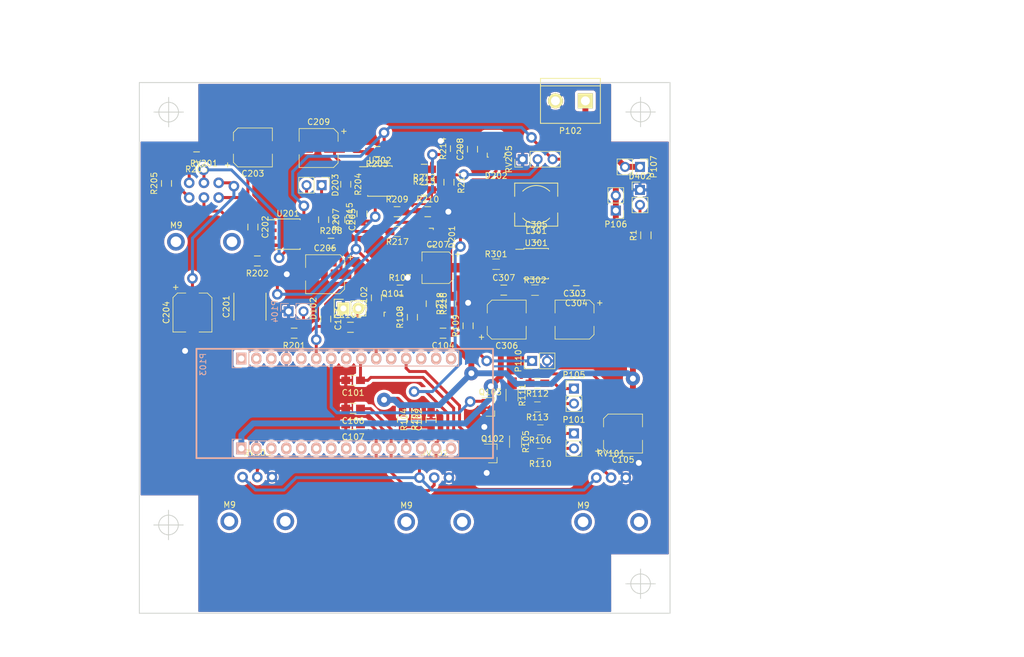
<source format=kicad_pcb>
(kicad_pcb (version 20171130) (host pcbnew "(5.1.9)-1")
  (layers (0 F.Cu signal) (31 B.Cu signal) (34 B.Paste user hide) (35 F.Paste user hide) (36 B.SilkS user) (37 F.SilkS user) (38 B.Mask user hide) (39 F.Mask user hide) (44 Edge.Cuts user))
  (net 0 "")
  (net 1 /OFFSET_CONTROL_MCU)
  (net 2 /BATT_DIAG_MCU)
  (net 3 "Net-(C201-Pad1)")
  (net 4 "Net-(C201-Pad2)")
  (net 5 "Net-(C202-Pad1)")
  (net 6 "Net-(C202-Pad2)")
  (net 7 "Net-(C203-Pad1)")
  (net 8 "Net-(C204-Pad1)")
  (net 9 "Net-(C205-Pad1)")
  (net 10 "Net-(C205-Pad2)")
  (net 11 "Net-(C206-Pad1)")
  (net 12 "Net-(C207-Pad1)")
  (net 13 VDD)
  (net 14 "Net-(C305-Pad1)")
  (net 15 "Net-(C305-Pad2)")
  (net 16 +3V3)
  (net 17 +24V)
  (net 18 VAA)
  (net 19 VCOM)
  (net 20 "Net-(R205-Pad1)")
  (net 21 "Net-(R206-Pad2)")
  (net 22 "Net-(R209-Pad2)")
  (net 23 "Net-(R211-Pad1)")
  (net 24 "Net-(R211-Pad2)")
  (net 25 "Net-(R212-Pad1)")
  (net 26 "Net-(C209-Pad1)")
  (net 27 "Net-(D201-Pad1)")
  (net 28 GNDA)
  (net 29 "Net-(C103-Pad1)")
  (net 30 /audio_bypass)
  (net 31 "Net-(C104-Pad2)")
  (net 32 "Net-(D102-Pad2)")
  (net 33 "Net-(D203-Pad1)")
  (net 34 /PWM_VIS_MCU)
  (net 35 "Net-(R216-Pad2)")
  (net 36 "Net-(D402-Pad2)")
  (net 37 /v_max)
  (net 38 /v_min)
  (net 39 "Net-(P102-Pad1)")
  (net 40 /AUDIO_IN)
  (net 41 /AN_PEAK_MCU)
  (net 42 /PWM_CMD_MCU)
  (net 43 "Net-(RV201-Pad5)")
  (net 44 /ENABLE_CMD_MCU)
  (net 45 "Net-(Q102-Pad3)")
  (net 46 "Net-(P101-Pad1)")
  (net 47 "Net-(P101-Pad2)")
  (net 48 "Net-(Q103-Pad3)")
  (net 49 "Net-(P105-Pad1)")
  (net 50 "Net-(P105-Pad2)")
  (net 51 +VSW)
  (net 52 "Net-(R301-Pad2)")
  (net 53 Vdrive)
  (module Capacitors_SMD:CP_Elec_6.3x7.7 (layer F.Cu) (at 91.5 62.5 180)
    (fp_text reference C206 (at 0 4.43) (layer F.SilkS))
    (fp_text value 47u)
    (fp_text user + (at -4.28 2.91) (layer F.SilkS))
    (pad 1 smd rect (at -2.7 0) (size 3.5 1.6) (layers F.Cu F.Paste F.Mask) (net 11 "Net-(C206-Pad1)"))
    (pad 2 smd rect (at 2.7 0) (size 3.5 1.6) (layers F.Cu F.Paste F.Mask) (net 28 GNDA))
  )
  (module bab_footprint:Nucleo_F303K8_CONN (layer B.Cu) (at 77.3 76.8 270)
    (fp_text reference P103 (at 1 6.5 270) (layer B.SilkS) (effects (justify mirror)))
    (fp_text value Nulceo_F303K8_CONN)
    (pad 1 thru_hole rect (at 0 0 270) (size 2.032 1.7272) (drill 1.016) (layers *.Cu *.Mask B.SilkS))
    (pad 3 thru_hole oval (at 0 -2.54 270) (size 2.032 1.7272) (drill 1.016) (layers *.Cu *.Mask B.SilkS))
    (pad 5 thru_hole oval (at 0 -5.08 270) (size 2.032 1.7272) (drill 1.016) (layers *.Cu *.Mask B.SilkS))
    (pad 7 thru_hole oval (at 0 -7.62 270) (size 2.032 1.7272) (drill 1.016) (layers *.Cu *.Mask B.SilkS) (net 28 GNDA))
    (pad 9 thru_hole oval (at 0 -10.16 270) (size 2.032 1.7272) (drill 1.016) (layers *.Cu *.Mask B.SilkS))
    (pad 11 thru_hole oval (at 0 -12.7 270) (size 2.032 1.7272) (drill 1.016) (layers *.Cu *.Mask B.SilkS) (net 41 /AN_PEAK_MCU))
    (pad 13 thru_hole oval (at 0 -15.24 270) (size 2.032 1.7272) (drill 1.016) (layers *.Cu *.Mask B.SilkS) (net 44 /ENABLE_CMD_MCU))
    (pad 15 thru_hole oval (at 0 -17.78 270) (size 2.032 1.7272) (drill 1.016) (layers *.Cu *.Mask B.SilkS))
    (pad 17 thru_hole oval (at 0 -20.32 270) (size 2.032 1.7272) (drill 1.016) (layers *.Cu *.Mask B.SilkS) (net 1 /OFFSET_CONTROL_MCU))
    (pad 19 thru_hole oval (at 0 -22.86 270) (size 2.032 1.7272) (drill 1.016) (layers *.Cu *.Mask B.SilkS) (net 34 /PWM_VIS_MCU))
    (pad 21 thru_hole oval (at 0 -25.4 270) (size 2.032 1.7272) (drill 1.016) (layers *.Cu *.Mask B.SilkS))
    (pad 23 thru_hole oval (at 0 -27.94 270) (size 2.032 1.7272) (drill 1.016) (layers *.Cu *.Mask B.SilkS) (net 42 /PWM_CMD_MCU))
    (pad 25 thru_hole oval (at 0 -30.48 270) (size 2.032 1.7272) (drill 1.016) (layers *.Cu *.Mask B.SilkS))
    (pad 27 thru_hole oval (at 0 -33.02 270) (size 2.032 1.7272) (drill 1.016) (layers *.Cu *.Mask B.SilkS))
    (pad 29 thru_hole oval (at 0 -35.56 270) (size 2.032 1.7272) (drill 1.016) (layers *.Cu *.Mask B.SilkS))
    (pad 2 thru_hole rect (at 15.24 0 270) (size 2.032 1.7272) (drill 1.016) (layers *.Cu *.Mask B.SilkS) (net 51 +VSW))
    (pad 4 thru_hole oval (at 15.24 -2.54 270) (size 2.032 1.7272) (drill 1.016) (layers *.Cu *.Mask B.SilkS) (net 28 GNDA))
    (pad 6 thru_hole oval (at 15.24 -5.08 270) (size 2.032 1.7272) (drill 1.016) (layers *.Cu *.Mask B.SilkS))
    (pad 8 thru_hole oval (at 15.24 -7.62 270) (size 2.032 1.7272) (drill 1.016) (layers *.Cu *.Mask B.SilkS))
    (pad 10 thru_hole oval (at 15.24 -10.16 270) (size 2.032 1.7272) (drill 1.016) (layers *.Cu *.Mask B.SilkS))
    (pad 12 thru_hole oval (at 15.24 -12.7 270) (size 2.032 1.7272) (drill 1.016) (layers *.Cu *.Mask B.SilkS))
    (pad 14 thru_hole oval (at 15.24 -15.24 270) (size 2.032 1.7272) (drill 1.016) (layers *.Cu *.Mask B.SilkS))
    (pad 16 thru_hole oval (at 15.24 -17.78 270) (size 2.032 1.7272) (drill 1.016) (layers *.Cu *.Mask B.SilkS))
    (pad 18 thru_hole oval (at 15.24 -20.32 270) (size 2.032 1.7272) (drill 1.016) (layers *.Cu *.Mask B.SilkS))
    (pad 20 thru_hole oval (at 15.24 -22.86 270) (size 2.032 1.7272) (drill 1.016) (layers *.Cu *.Mask B.SilkS) (net 38 /v_min))
    (pad 22 thru_hole oval (at 15.24 -25.4 270) (size 2.032 1.7272) (drill 1.016) (layers *.Cu *.Mask B.SilkS) (net 37 /v_max))
    (pad 24 thru_hole oval (at 15.24 -27.94 270) (size 2.032 1.7272) (drill 1.016) (layers *.Cu *.Mask B.SilkS) (net 2 /BATT_DIAG_MCU))
    (pad 26 thru_hole oval (at 15.24 -30.48 270) (size 2.032 1.7272) (drill 1.016) (layers *.Cu *.Mask B.SilkS))
    (pad 28 thru_hole oval (at 15.24 -33.02 270) (size 2.032 1.7272) (drill 1.016) (layers *.Cu *.Mask B.SilkS) (net 16 +3V3))
    (pad 30 thru_hole oval (at 15.24 -35.56 270) (size 2.032 1.7272) (drill 1.016) (layers *.Cu *.Mask B.SilkS))
  )
  (module Connect:bornier2 (layer F.Cu) (at 133.1 33.1 180)
    (fp_text reference P102 (at 0 -5.08 180) (layer F.SilkS))
    (fp_text value CONN_01X02)
    (pad 1 thru_hole rect (at -2.54 0 180) (size 2.54 2.54) (drill 1.524) (layers *.Cu *.Mask F.SilkS) (net 39 "Net-(P102-Pad1)"))
    (pad 2 thru_hole circle (at 2.54 0 180) (size 2.54 2.54) (drill 1.524) (layers *.Cu *.Mask F.SilkS) (net 28 GNDA))
  )
  (module flax_lib:DO-214AC (layer F.Cu) (at 141.5 84.4)
    (fp_text reference D101)
    (fp_text value MBRS3100T3G)
    (pad 1 smd rect (at -2.19964 0) (size 2.10058 1.80086) (layers F.Cu F.Paste F.Mask) (net 53 Vdrive))
    (pad 2 smd rect (at 2.19964 0) (size 2.10058 1.80086) (layers F.Cu F.Paste F.Mask) (net 17 +24V))
  )
  (module flax_lib:ALPS_RK09L_stereo (layer F.Cu) (at 70.95 49.5 180)
    (fp_text reference RV201 (at 0 5.8 180) (layer F.SilkS))
    (fp_text value RK09L_stereo)
    (fp_text user M9 (at 4.7 -4.7 180) (layer F.SilkS))
    (pad 1 thru_hole circle (at -2.5 0 180) (size 1.8 1.8) (drill 1) (layers *.Cu *.Mask) (net 5 "Net-(C202-Pad1)"))
    (pad 2 thru_hole circle (at 0 0 180) (size 1.8 1.8) (drill 1) (layers *.Cu *.Mask) (net 6 "Net-(C202-Pad2)"))
    (pad 3 thru_hole circle (at 2.5 0 180) (size 1.8 1.8) (drill 1) (layers *.Cu *.Mask) (net 20 "Net-(R205-Pad1)"))
    (pad "" np_thru_hole circle (at -4.75 -7.5 180) (size 3 3) (drill 1.8) (layers *.Cu *.Mask))
    (pad "" np_thru_hole circle (at 4.75 -7.5 180) (size 3 3) (drill 1.8) (layers *.Cu *.Mask))
    (pad 4 thru_hole circle (at -2.5 2.5 180) (size 1.8 1.8) (drill 1) (layers *.Cu *.Mask) (net 8 "Net-(C204-Pad1)"))
    (pad 5 thru_hole circle (at 0 2.5 180) (size 1.8 1.8) (drill 1) (layers *.Cu *.Mask) (net 43 "Net-(RV201-Pad5)"))
    (pad 6 thru_hole circle (at 2.5 2.5 180) (size 1.8 1.8) (drill 1) (layers *.Cu *.Mask) (net 21 "Net-(R206-Pad2)"))
  )
  (module Capacitors_SMD:C_0805_HandSoldering (layer F.Cu) (at 96.25 80.5 180)
    (fp_text reference C101 (at 0 -2.1 180) (layer F.SilkS))
    (fp_text value 100n)
    (pad 1 smd rect (at -1.25 0 180) (size 1.5 1.25) (layers F.Cu F.Paste F.Mask) (net 1 /OFFSET_CONTROL_MCU))
    (pad 2 smd rect (at 1.25 0 180) (size 1.5 1.25) (layers F.Cu F.Paste F.Mask) (net 28 GNDA))
  )
  (module Capacitors_SMD:C_0805_HandSoldering (layer F.Cu) (at 109.473381 87.167265 90)
    (fp_text reference C102 (at 0 -2.1 90) (layer F.SilkS))
    (fp_text value 100n)
    (pad 1 smd rect (at -1.25 0 90) (size 1.5 1.25) (layers F.Cu F.Paste F.Mask) (net 2 /BATT_DIAG_MCU))
    (pad 2 smd rect (at 1.25 0 90) (size 1.5 1.25) (layers F.Cu F.Paste F.Mask) (net 28 GNDA))
  )
  (module Capacitors_SMD:C_2220_HandSoldering (layer F.Cu) (at 78.75 68 90)
    (fp_text reference C201 (at 0 -4 90) (layer F.SilkS))
    (fp_text value 1u)
    (pad 1 smd rect (at -3.5 0 90) (size 2.4 5) (layers F.Cu F.Paste F.Mask) (net 3 "Net-(C201-Pad1)"))
    (pad 2 smd rect (at 3.5 0 90) (size 2.4 5) (layers F.Cu F.Paste F.Mask) (net 4 "Net-(C201-Pad2)"))
  )
  (module Capacitors_SMD:C_0805_HandSoldering (layer F.Cu) (at 79.25 54.5 270)
    (fp_text reference C202 (at 0 -2.1 270) (layer F.SilkS))
    (fp_text value 100p)
    (pad 1 smd rect (at -1.25 0 270) (size 1.5 1.25) (layers F.Cu F.Paste F.Mask) (net 5 "Net-(C202-Pad1)"))
    (pad 2 smd rect (at 1.25 0 270) (size 1.5 1.25) (layers F.Cu F.Paste F.Mask) (net 6 "Net-(C202-Pad2)"))
  )
  (module Capacitors_SMD:C_0805_HandSoldering (layer F.Cu) (at 94 53.25 270)
    (fp_text reference C205 (at 0 -2.1 270) (layer F.SilkS))
    (fp_text value 100p)
    (pad 1 smd rect (at -1.25 0 270) (size 1.5 1.25) (layers F.Cu F.Paste F.Mask) (net 9 "Net-(C205-Pad1)"))
    (pad 2 smd rect (at 1.25 0 270) (size 1.5 1.25) (layers F.Cu F.Paste F.Mask) (net 10 "Net-(C205-Pad2)"))
  )
  (module Capacitors_SMD:C_0805_HandSoldering (layer F.Cu) (at 116.5 41.3 90)
    (fp_text reference C208 (at 0 -2.1 90) (layer F.SilkS))
    (fp_text value 100n)
    (pad 1 smd rect (at -1.25 0 90) (size 1.5 1.25) (layers F.Cu F.Paste F.Mask) (net 41 /AN_PEAK_MCU))
    (pad 2 smd rect (at 1.25 0 90) (size 1.5 1.25) (layers F.Cu F.Paste F.Mask) (net 28 GNDA))
  )
  (module Capacitors_SMD:C_0805_HandSoldering (layer F.Cu) (at 134.1 65.3 180)
    (fp_text reference C304 (at 0 -2.1 180) (layer F.SilkS))
    (fp_text value 100n)
    (pad 1 smd rect (at -1.25 0 180) (size 1.5 1.25) (layers F.Cu F.Paste F.Mask) (net 13 VDD))
    (pad 2 smd rect (at 1.25 0 180) (size 1.5 1.25) (layers F.Cu F.Paste F.Mask) (net 28 GNDA))
  )
  (module Capacitors_SMD:C_0805_HandSoldering (layer F.Cu) (at 127.3 56.2)
    (fp_text reference C305 (at 0 -2.1) (layer F.SilkS))
    (fp_text value 10n)
    (pad 1 smd rect (at -1.25 0) (size 1.5 1.25) (layers F.Cu F.Paste F.Mask) (net 14 "Net-(C305-Pad1)"))
    (pad 2 smd rect (at 1.25 0) (size 1.5 1.25) (layers F.Cu F.Paste F.Mask) (net 15 "Net-(C305-Pad2)"))
  )
  (module Capacitors_SMD:C_0805_HandSoldering (layer F.Cu) (at 121.8 65.2)
    (fp_text reference C307 (at 0 -2.1) (layer F.SilkS))
    (fp_text value 100n)
    (pad 1 smd rect (at -1.25 0) (size 1.5 1.25) (layers F.Cu F.Paste F.Mask) (net 51 +VSW))
    (pad 2 smd rect (at 1.25 0) (size 1.5 1.25) (layers F.Cu F.Paste F.Mask) (net 28 GNDA))
  )
  (module Choke_SMD:Choke_SMD_7.3x7.3_H3.5 (layer F.Cu) (at 127.3 50.7 180)
    (fp_text reference L301 (at 0 -4.445 180) (layer F.SilkS))
    (fp_text value 100u)
    (pad 1 smd rect (at -3.2 0 180) (size 1.5 2.2) (layers F.Cu F.Paste F.Mask) (net 15 "Net-(C305-Pad2)"))
    (pad 2 smd rect (at 3.2 0 180) (size 1.5 2.2) (layers F.Cu F.Paste F.Mask) (net 51 +VSW))
  )
  (module Capacitors_SMD:C_0805_HandSoldering (layer F.Cu) (at 104.623381 87.117265 270)
    (fp_text reference R103 (at 0 -2.1 270) (layer F.SilkS))
    (fp_text value 33k)
    (pad 1 smd rect (at -1.25 0 270) (size 1.5 1.25) (layers F.Cu F.Paste F.Mask) (net 17 +24V))
    (pad 2 smd rect (at 1.25 0 270) (size 1.5 1.25) (layers F.Cu F.Paste F.Mask) (net 2 /BATT_DIAG_MCU))
  )
  (module Capacitors_SMD:C_0805_HandSoldering (layer F.Cu) (at 106.973381 87.167265 90)
    (fp_text reference R104 (at 0 -2.1 90) (layer F.SilkS))
    (fp_text value 4.7k)
    (pad 1 smd rect (at -1.25 0 90) (size 1.5 1.25) (layers F.Cu F.Paste F.Mask) (net 2 /BATT_DIAG_MCU))
    (pad 2 smd rect (at 1.25 0 90) (size 1.5 1.25) (layers F.Cu F.Paste F.Mask) (net 28 GNDA))
  )
  (module Capacitors_SMD:C_0805_HandSoldering (layer F.Cu) (at 86.25 72.5 180)
    (fp_text reference R201 (at 0 -2.1 180) (layer F.SilkS))
    (fp_text value 1k)
    (pad 1 smd rect (at -1.25 0 180) (size 1.5 1.25) (layers F.Cu F.Paste F.Mask) (net 40 /AUDIO_IN))
    (pad 2 smd rect (at 1.25 0 180) (size 1.5 1.25) (layers F.Cu F.Paste F.Mask) (net 3 "Net-(C201-Pad1)"))
  )
  (module Capacitors_SMD:C_0805_HandSoldering (layer F.Cu) (at 80 60.25 180)
    (fp_text reference R202 (at 0 -2.1 180) (layer F.SilkS))
    (fp_text value 1M)
    (pad 1 smd rect (at -1.25 0 180) (size 1.5 1.25) (layers F.Cu F.Paste F.Mask) (net 19 VCOM))
    (pad 2 smd rect (at 1.25 0 180) (size 1.5 1.25) (layers F.Cu F.Paste F.Mask) (net 4 "Net-(C201-Pad2)"))
  )
  (module Capacitors_SMD:C_0805_HandSoldering (layer F.Cu) (at 100.3 41.7 180)
    (fp_text reference R203 (at 0 -2.1 180) (layer F.SilkS))
    (fp_text value 33k)
    (pad 1 smd rect (at -1.25 0 180) (size 1.5 1.25) (layers F.Cu F.Paste F.Mask) (net 18 VAA))
    (pad 2 smd rect (at 1.25 0 180) (size 1.5 1.25) (layers F.Cu F.Paste F.Mask) (net 26 "Net-(C209-Pad1)"))
  )
  (module Capacitors_SMD:C_0805_HandSoldering (layer F.Cu) (at 95 47.25 270)
    (fp_text reference R204 (at 0 -2.1 270) (layer F.SilkS))
    (fp_text value 33k)
    (pad 1 smd rect (at -1.25 0 270) (size 1.5 1.25) (layers F.Cu F.Paste F.Mask) (net 26 "Net-(C209-Pad1)"))
    (pad 2 smd rect (at 1.25 0 270) (size 1.5 1.25) (layers F.Cu F.Paste F.Mask) (net 28 GNDA))
  )
  (module Capacitors_SMD:C_0805_HandSoldering (layer F.Cu) (at 64.6 47.1 90)
    (fp_text reference R205 (at 0 -2.1 90) (layer F.SilkS))
    (fp_text value 2k2)
    (pad 1 smd rect (at -1.25 0 90) (size 1.5 1.25) (layers F.Cu F.Paste F.Mask) (net 20 "Net-(R205-Pad1)"))
    (pad 2 smd rect (at 1.25 0 90) (size 1.5 1.25) (layers F.Cu F.Paste F.Mask) (net 7 "Net-(C203-Pad1)"))
  )
  (module Capacitors_SMD:C_0805_HandSoldering (layer F.Cu) (at 69.7 42.6 180)
    (fp_text reference R206 (at 0 -2.1 180) (layer F.SilkS))
    (fp_text value 100)
    (pad 1 smd rect (at -1.25 0 180) (size 1.5 1.25) (layers F.Cu F.Paste F.Mask) (net 5 "Net-(C202-Pad1)"))
    (pad 2 smd rect (at 1.25 0 180) (size 1.5 1.25) (layers F.Cu F.Paste F.Mask) (net 21 "Net-(R206-Pad2)"))
  )
  (module Capacitors_SMD:C_0805_HandSoldering (layer F.Cu) (at 91.25 53.25 270)
    (fp_text reference R207 (at 0 -2.1 270) (layer F.SilkS))
    (fp_text value 75k)
    (pad 1 smd rect (at -1.25 0 270) (size 1.5 1.25) (layers F.Cu F.Paste F.Mask) (net 9 "Net-(C205-Pad1)"))
    (pad 2 smd rect (at 1.25 0 270) (size 1.5 1.25) (layers F.Cu F.Paste F.Mask) (net 10 "Net-(C205-Pad2)"))
  )
  (module Capacitors_SMD:C_0805_HandSoldering (layer F.Cu) (at 92.5 57.25)
    (fp_text reference R208 (at 0 -2.1) (layer F.SilkS))
    (fp_text value 4.7k)
    (pad 1 smd rect (at -1.25 0) (size 1.5 1.25) (layers F.Cu F.Paste F.Mask) (net 10 "Net-(C205-Pad2)"))
    (pad 2 smd rect (at 1.25 0) (size 1.5 1.25) (layers F.Cu F.Paste F.Mask) (net 11 "Net-(C206-Pad1)"))
  )
  (module Capacitors_SMD:C_0805_HandSoldering (layer F.Cu) (at 103.7 51.9)
    (fp_text reference R209 (at 0 -2.1) (layer F.SilkS))
    (fp_text value 33k)
    (pad 1 smd rect (at -1.25 0) (size 1.5 1.25) (layers F.Cu F.Paste F.Mask) (net 12 "Net-(C207-Pad1)"))
    (pad 2 smd rect (at 1.25 0) (size 1.5 1.25) (layers F.Cu F.Paste F.Mask) (net 22 "Net-(R209-Pad2)"))
  )
  (module Capacitors_SMD:C_0805_HandSoldering (layer F.Cu) (at 108.9 51.9)
    (fp_text reference R210 (at 0 -2.1) (layer F.SilkS))
    (fp_text value 33k)
    (pad 1 smd rect (at -1.25 0) (size 1.5 1.25) (layers F.Cu F.Paste F.Mask) (net 22 "Net-(R209-Pad2)"))
    (pad 2 smd rect (at 1.25 0) (size 1.5 1.25) (layers F.Cu F.Paste F.Mask) (net 28 GNDA))
  )
  (module Capacitors_SMD:C_0805_HandSoldering (layer F.Cu) (at 112.5 46.9 270)
    (fp_text reference R211 (at 0 -2.1 270) (layer F.SilkS))
    (fp_text value 33k)
    (pad 1 smd rect (at -1.25 0 270) (size 1.5 1.25) (layers F.Cu F.Paste F.Mask) (net 23 "Net-(R211-Pad1)"))
    (pad 2 smd rect (at 1.25 0 270) (size 1.5 1.25) (layers F.Cu F.Paste F.Mask) (net 24 "Net-(R211-Pad2)"))
  )
  (module Capacitors_SMD:C_0805_HandSoldering (layer F.Cu) (at 108.3 48.2)
    (fp_text reference R212 (at 0 -2.1) (layer F.SilkS))
    (fp_text value 33k)
    (pad 1 smd rect (at -1.25 0) (size 1.5 1.25) (layers F.Cu F.Paste F.Mask) (net 25 "Net-(R212-Pad1)"))
    (pad 2 smd rect (at 1.25 0) (size 1.5 1.25) (layers F.Cu F.Paste F.Mask) (net 24 "Net-(R211-Pad2)"))
  )
  (module Capacitors_SMD:C_0805_HandSoldering (layer F.Cu) (at 108.3 44.7 180)
    (fp_text reference R213 (at 0 -2.1 180) (layer F.SilkS))
    (fp_text value 33k)
    (pad 1 smd rect (at -1.25 0 180) (size 1.5 1.25) (layers F.Cu F.Paste F.Mask) (net 41 /AN_PEAK_MCU))
    (pad 2 smd rect (at 1.25 0 180) (size 1.5 1.25) (layers F.Cu F.Paste F.Mask) (net 25 "Net-(R212-Pad1)"))
  )
  (module Capacitors_SMD:C_0805_HandSoldering (layer F.Cu) (at 113.6 41.2 90)
    (fp_text reference R214 (at 0 -2.1 90) (layer F.SilkS))
    (fp_text value 10k)
    (pad 1 smd rect (at -1.25 0 90) (size 1.5 1.25) (layers F.Cu F.Paste F.Mask) (net 41 /AN_PEAK_MCU))
    (pad 2 smd rect (at 1.25 0 90) (size 1.5 1.25) (layers F.Cu F.Paste F.Mask) (net 28 GNDA))
  )
  (module Housings_SOIC:SOIC-8_3.9x4.9mm_Pitch1.27mm (layer F.Cu) (at 85.2 55.7)
    (fp_text reference U201 (at 0 -3.5) (layer F.SilkS))
    (fp_text value LM833)
    (pad 1 smd rect (at -2.7 -1.905) (size 1.55 0.6) (layers F.Cu F.Paste F.Mask) (net 5 "Net-(C202-Pad1)"))
    (pad 2 smd rect (at -2.7 -0.635) (size 1.55 0.6) (layers F.Cu F.Paste F.Mask) (net 6 "Net-(C202-Pad2)"))
    (pad 3 smd rect (at -2.7 0.635) (size 1.55 0.6) (layers F.Cu F.Paste F.Mask) (net 4 "Net-(C201-Pad2)"))
    (pad 4 smd rect (at -2.7 1.905) (size 1.55 0.6) (layers F.Cu F.Paste F.Mask) (net 28 GNDA))
    (pad 5 smd rect (at 2.7 1.905) (size 1.55 0.6) (layers F.Cu F.Paste F.Mask) (net 43 "Net-(RV201-Pad5)"))
    (pad 6 smd rect (at 2.7 0.635) (size 1.55 0.6) (layers F.Cu F.Paste F.Mask) (net 10 "Net-(C205-Pad2)"))
    (pad 7 smd rect (at 2.7 -0.635) (size 1.55 0.6) (layers F.Cu F.Paste F.Mask) (net 9 "Net-(C205-Pad1)"))
    (pad 8 smd rect (at 2.7 -1.905) (size 1.55 0.6) (layers F.Cu F.Paste F.Mask) (net 18 VAA))
  )
  (module Housings_SOIC:SOIC-8_3.9x4.9mm_Pitch1.27mm (layer F.Cu) (at 100.8 46.7)
    (fp_text reference U202 (at 0 -3.5) (layer F.SilkS))
    (fp_text value LM358)
    (pad 1 smd rect (at -2.7 -1.905) (size 1.55 0.6) (layers F.Cu F.Paste F.Mask) (net 19 VCOM))
    (pad 2 smd rect (at -2.7 -0.635) (size 1.55 0.6) (layers F.Cu F.Paste F.Mask) (net 19 VCOM))
    (pad 3 smd rect (at -2.7 0.635) (size 1.55 0.6) (layers F.Cu F.Paste F.Mask) (net 26 "Net-(C209-Pad1)"))
    (pad 4 smd rect (at -2.7 1.905) (size 1.55 0.6) (layers F.Cu F.Paste F.Mask) (net 28 GNDA))
    (pad 5 smd rect (at 2.7 1.905) (size 1.55 0.6) (layers F.Cu F.Paste F.Mask) (net 22 "Net-(R209-Pad2)"))
    (pad 6 smd rect (at 2.7 0.635) (size 1.55 0.6) (layers F.Cu F.Paste F.Mask) (net 24 "Net-(R211-Pad2)"))
    (pad 7 smd rect (at 2.7 -0.635) (size 1.55 0.6) (layers F.Cu F.Paste F.Mask) (net 25 "Net-(R212-Pad1)"))
    (pad 8 smd rect (at 2.7 -1.905) (size 1.55 0.6) (layers F.Cu F.Paste F.Mask) (net 18 VAA))
  )
  (module Housings_SOIC:SOIC-8_3.9x4.9mm_Pitch1.27mm (layer F.Cu) (at 127.3 60.7)
    (fp_text reference U301 (at 0 -3.5) (layer F.SilkS))
    (fp_text value LM2674)
    (pad 1 smd rect (at -2.7 -1.905) (size 1.55 0.6) (layers F.Cu F.Paste F.Mask) (net 14 "Net-(C305-Pad1)"))
    (pad 2 smd rect (at -2.7 -0.635) (size 1.55 0.6) (layers F.Cu F.Paste F.Mask) (net 28 GNDA))
    (pad 3 smd rect (at -2.7 0.635) (size 1.55 0.6) (layers F.Cu F.Paste F.Mask) (net 28 GNDA))
    (pad 4 smd rect (at -2.7 1.905) (size 1.55 0.6) (layers F.Cu F.Paste F.Mask) (net 52 "Net-(R301-Pad2)"))
    (pad 5 smd rect (at 2.7 1.905) (size 1.55 0.6) (layers F.Cu F.Paste F.Mask))
    (pad 6 smd rect (at 2.7 0.635) (size 1.55 0.6) (layers F.Cu F.Paste F.Mask) (net 28 GNDA))
    (pad 7 smd rect (at 2.7 -0.635) (size 1.55 0.6) (layers F.Cu F.Paste F.Mask) (net 13 VDD))
    (pad 8 smd rect (at 2.7 -1.905) (size 1.55 0.6) (layers F.Cu F.Paste F.Mask) (net 15 "Net-(C305-Pad2)"))
  )
  (module Resistors_SMD:R_0805_HandSoldering (layer F.Cu) (at 145.9 55.9 90)
    (fp_text reference R1 (at 0 -2.1 90) (layer F.SilkS))
    (fp_text value 1k)
    (pad 1 smd rect (at -1.35 0 90) (size 1.5 1.3) (layers F.Cu F.Paste F.Mask) (net 17 +24V))
    (pad 2 smd rect (at 1.35 0 90) (size 1.5 1.3) (layers F.Cu F.Paste F.Mask) (net 36 "Net-(D402-Pad2)"))
  )
  (module Capacitors_SMD:C_0805_HandSoldering (layer F.Cu) (at 91.6 70.1 270)
    (fp_text reference C103 (at 0 -2.1 270) (layer F.SilkS))
    (fp_text value 220n)
    (pad 1 smd rect (at -1.25 0 270) (size 1.5 1.25) (layers F.Cu F.Paste F.Mask) (net 29 "Net-(C103-Pad1)"))
    (pad 2 smd rect (at 1.25 0 270) (size 1.5 1.25) (layers F.Cu F.Paste F.Mask) (net 40 /AUDIO_IN))
  )
  (module Capacitors_SMD:C_0805_HandSoldering (layer F.Cu) (at 111.5 72.5 180)
    (fp_text reference C104 (at 0 -2.1 180) (layer F.SilkS))
    (fp_text value 220n)
    (pad 1 smd rect (at -1.25 0 180) (size 1.5 1.25) (layers F.Cu F.Paste F.Mask) (net 30 /audio_bypass))
    (pad 2 smd rect (at 1.25 0 180) (size 1.5 1.25) (layers F.Cu F.Paste F.Mask) (net 31 "Net-(C104-Pad2)"))
  )
  (module Pin_Headers:Pin_Header_Straight_1x02 (layer F.Cu) (at 94.6 68.3 90)
    (fp_text reference D102 (at 0 -5.1 270) (layer F.SilkS))
    (fp_text value Led_Small)
    (pad 1 thru_hole rect (at 0 0 90) (size 2.032 2.032) (drill 1.016) (layers *.Cu *.Mask F.SilkS) (net 28 GNDA))
    (pad 2 thru_hole oval (at 0 2.54 90) (size 2.032 2.032) (drill 1.016) (layers *.Cu *.Mask F.SilkS) (net 32 "Net-(D102-Pad2)"))
  )
  (module TO_SOT_Packages_SMD:SOT-23_Handsoldering (layer F.Cu) (at 103 69.6)
    (fp_text reference Q101 (at 0 -3.81) (layer F.SilkS))
    (fp_text value J201)
    (pad 1 smd rect (at -0.95 1.50114) (size 0.8001 1.80086) (layers F.Cu F.Paste F.Mask) (net 17 +24V))
    (pad 2 smd rect (at 0.95 1.50114) (size 0.8001 1.80086) (layers F.Cu F.Paste F.Mask) (net 31 "Net-(C104-Pad2)"))
    (pad 3 smd rect (at 0 -1.50114) (size 0.8001 1.80086) (layers F.Cu F.Paste F.Mask) (net 29 "Net-(C103-Pad1)"))
  )
  (module Capacitors_SMD:C_0805_HandSoldering (layer F.Cu) (at 95.8 71.5)
    (fp_text reference R101 (at 0 -2.1) (layer F.SilkS))
    (fp_text value 330)
    (pad 1 smd rect (at -1.25 0) (size 1.5 1.25) (layers F.Cu F.Paste F.Mask) (net 34 /PWM_VIS_MCU))
    (pad 2 smd rect (at 1.25 0) (size 1.5 1.25) (layers F.Cu F.Paste F.Mask) (net 32 "Net-(D102-Pad2)"))
  )
  (module Capacitors_SMD:C_0805_HandSoldering (layer F.Cu) (at 100.2 66.5 90)
    (fp_text reference R102 (at 0 -2.1 90) (layer F.SilkS))
    (fp_text value 1M)
    (pad 1 smd rect (at -1.25 0 90) (size 1.5 1.25) (layers F.Cu F.Paste F.Mask) (net 17 +24V))
    (pad 2 smd rect (at 1.25 0 90) (size 1.5 1.25) (layers F.Cu F.Paste F.Mask) (net 29 "Net-(C103-Pad1)"))
  )
  (module Capacitors_SMD:C_0805_HandSoldering (layer F.Cu) (at 104.2 65.2)
    (fp_text reference R107 (at 0 -2.1) (layer F.SilkS))
    (fp_text value 1M)
    (pad 1 smd rect (at -1.25 0) (size 1.5 1.25) (layers F.Cu F.Paste F.Mask) (net 29 "Net-(C103-Pad1)"))
    (pad 2 smd rect (at 1.25 0) (size 1.5 1.25) (layers F.Cu F.Paste F.Mask) (net 28 GNDA))
  )
  (module Capacitors_SMD:C_0805_HandSoldering (layer F.Cu) (at 106.3 69.8 90)
    (fp_text reference R108 (at 0 -2.1 90) (layer F.SilkS))
    (fp_text value 10k)
    (pad 1 smd rect (at -1.25 0 90) (size 1.5 1.25) (layers F.Cu F.Paste F.Mask) (net 31 "Net-(C104-Pad2)"))
    (pad 2 smd rect (at 1.25 0 90) (size 1.5 1.25) (layers F.Cu F.Paste F.Mask) (net 28 GNDA))
  )
  (module Capacitors_SMD:C_0805_HandSoldering (layer F.Cu) (at 115.75 71.25 90)
    (fp_text reference R109 (at 0 -2.1 90) (layer F.SilkS))
    (fp_text value 100k)
    (pad 1 smd rect (at -1.25 0 90) (size 1.5 1.25) (layers F.Cu F.Paste F.Mask) (net 30 /audio_bypass))
    (pad 2 smd rect (at 1.25 0 90) (size 1.5 1.25) (layers F.Cu F.Paste F.Mask) (net 28 GNDA))
  )
  (module Capacitors_SMD:C_0805_HandSoldering (layer F.Cu) (at 97.75 52.25 90)
    (fp_text reference R215 (at 0 -2.1 90) (layer F.SilkS))
    (fp_text value 1k)
    (pad 1 smd rect (at -1.25 0 90) (size 1.5 1.25) (layers F.Cu F.Paste F.Mask) (net 19 VCOM))
    (pad 2 smd rect (at 1.25 0 90) (size 1.5 1.25) (layers F.Cu F.Paste F.Mask) (net 33 "Net-(D203-Pad1)"))
  )
  (module Capacitors_SMD:C_0805_HandSoldering (layer F.Cu) (at 109.5 67.5 270)
    (fp_text reference R216 (at 0 -2.1 270) (layer F.SilkS))
    (fp_text value 0)
    (pad 1 smd rect (at -1.25 0 270) (size 1.5 1.25) (layers F.Cu F.Paste F.Mask) (net 28 GNDA))
    (pad 2 smd rect (at 1.25 0 270) (size 1.5 1.25) (layers F.Cu F.Paste F.Mask) (net 35 "Net-(R216-Pad2)"))
  )
  (module Capacitors_SMD:C_0805_HandSoldering (layer F.Cu) (at 96.25 85.25 180)
    (fp_text reference C106 (at 0 -2.1 180) (layer F.SilkS))
    (fp_text value 100n)
    (pad 1 smd rect (at -1.25 0 180) (size 1.5 1.25) (layers F.Cu F.Paste F.Mask) (net 37 /v_max))
    (pad 2 smd rect (at 1.25 0 180) (size 1.5 1.25) (layers F.Cu F.Paste F.Mask) (net 28 GNDA))
  )
  (module Capacitors_SMD:C_0805_HandSoldering (layer F.Cu) (at 96.25 88 180)
    (fp_text reference C107 (at 0 -2.1 180) (layer F.SilkS))
    (fp_text value 100n)
    (pad 1 smd rect (at -1.25 0 180) (size 1.5 1.25) (layers F.Cu F.Paste F.Mask) (net 38 /v_min))
    (pad 2 smd rect (at 1.25 0 180) (size 1.5 1.25) (layers F.Cu F.Paste F.Mask) (net 28 GNDA))
  )
  (module TO_SOT_Packages_SMD:SOT-23_Handsoldering (layer F.Cu) (at 109.2 56.2 270)
    (fp_text reference D201 (at 0 -3.81 270) (layer F.SilkS))
    (fp_text value BAS21)
    (pad 1 smd rect (at -0.95 1.50114 270) (size 0.8001 1.80086) (layers F.Cu F.Paste F.Mask) (net 27 "Net-(D201-Pad1)"))
    (pad 2 smd rect (at 0.95 1.50114 270) (size 0.8001 1.80086) (layers F.Cu F.Paste F.Mask))
    (pad 3 smd rect (at 0 -1.50114 270) (size 0.8001 1.80086) (layers F.Cu F.Paste F.Mask) (net 12 "Net-(C207-Pad1)"))
  )
  (module TO_SOT_Packages_SMD:SOT-23_Handsoldering (layer F.Cu) (at 120.5 42 180)
    (fp_text reference D202 (at 0 -3.81 180) (layer F.SilkS))
    (fp_text value BAS21)
    (pad 1 smd rect (at -0.95 1.50114 180) (size 0.8001 1.80086) (layers F.Cu F.Paste F.Mask) (net 41 /AN_PEAK_MCU))
    (pad 2 smd rect (at 0.95 1.50114 180) (size 0.8001 1.80086) (layers F.Cu F.Paste F.Mask))
    (pad 3 smd rect (at 0 -1.50114 180) (size 0.8001 1.80086) (layers F.Cu F.Paste F.Mask) (net 16 +3V3))
  )
  (module Capacitors_SMD:C_0805_HandSoldering (layer F.Cu) (at 103.75 55.25 180)
    (fp_text reference R217 (at 0 -1.75 180) (layer F.SilkS))
    (fp_text value 100)
    (pad 1 smd rect (at -1.25 0 180) (size 1.5 1.25) (layers F.Cu F.Paste F.Mask) (net 27 "Net-(D201-Pad1)"))
    (pad 2 smd rect (at 1.25 0 180) (size 1.5 1.25) (layers F.Cu F.Paste F.Mask) (net 9 "Net-(C205-Pad1)"))
  )
  (module Capacitors_SMD:C_0805_HandSoldering (layer F.Cu) (at 112.75 67.5 90)
    (fp_text reference R218 (at 0 -1.75 90) (layer F.SilkS))
    (fp_text value 470k)
    (pad 1 smd rect (at -1.25 0 90) (size 1.5 1.25) (layers F.Cu F.Paste F.Mask) (net 35 "Net-(R216-Pad2)"))
    (pad 2 smd rect (at 1.25 0 90) (size 1.5 1.25) (layers F.Cu F.Paste F.Mask) (net 12 "Net-(C207-Pad1)"))
  )
  (module flax_lib:ALPS_RK09L (layer F.Cu) (at 140 97 180)
    (fp_text reference RV101 (at 0 4.1 180) (layer F.SilkS))
    (fp_text value 10k)
    (fp_text user M9 (at 4.7 -4.7 180) (layer F.SilkS))
    (pad 1 thru_hole circle (at -2.5 0 180) (size 1.8 1.8) (drill 1) (layers *.Cu *.Mask) (net 28 GNDA))
    (pad 2 thru_hole circle (at 0 0 180) (size 1.8 1.8) (drill 1) (layers *.Cu *.Mask) (net 1 /OFFSET_CONTROL_MCU))
    (pad 3 thru_hole circle (at 2.5 0 180) (size 1.8 1.8) (drill 1) (layers *.Cu *.Mask) (net 16 +3V3))
    (pad "" np_thru_hole circle (at -4.75 -7.5 180) (size 3 3) (drill 1.8) (layers *.Cu *.Mask))
    (pad "" np_thru_hole circle (at 4.75 -7.5 180) (size 3 3) (drill 1.8) (layers *.Cu *.Mask))
  )
  (module flax_lib:ALPS_RK09L (layer F.Cu) (at 110 97 180)
    (fp_text reference RV102 (at 0 4.1 180) (layer F.SilkS))
    (fp_text value 10k)
    (fp_text user M9 (at 4.7 -4.7 180) (layer F.SilkS))
    (pad 1 thru_hole circle (at -2.5 0 180) (size 1.8 1.8) (drill 1) (layers *.Cu *.Mask) (net 28 GNDA))
    (pad 2 thru_hole circle (at 0 0 180) (size 1.8 1.8) (drill 1) (layers *.Cu *.Mask) (net 37 /v_max))
    (pad 3 thru_hole circle (at 2.5 0 180) (size 1.8 1.8) (drill 1) (layers *.Cu *.Mask) (net 16 +3V3))
    (pad "" np_thru_hole circle (at -4.75 -7.5 180) (size 3 3) (drill 1.8) (layers *.Cu *.Mask))
    (pad "" np_thru_hole circle (at 4.75 -7.5 180) (size 3 3) (drill 1.8) (layers *.Cu *.Mask))
  )
  (module flax_lib:ALPS_RK09L (layer F.Cu) (at 80 96.9 180)
    (fp_text reference RV103 (at 0 4.1 180) (layer F.SilkS))
    (fp_text value 10k)
    (fp_text user M9 (at 4.7 -4.7 180) (layer F.SilkS))
    (pad 1 thru_hole circle (at -2.5 0 180) (size 1.8 1.8) (drill 1) (layers *.Cu *.Mask) (net 28 GNDA))
    (pad 2 thru_hole circle (at 0 0 180) (size 1.8 1.8) (drill 1) (layers *.Cu *.Mask) (net 38 /v_min))
    (pad 3 thru_hole circle (at 2.5 0 180) (size 1.8 1.8) (drill 1) (layers *.Cu *.Mask) (net 16 +3V3))
    (pad "" np_thru_hole circle (at -4.75 -7.5 180) (size 3 3) (drill 1.8) (layers *.Cu *.Mask))
    (pad "" np_thru_hole circle (at 4.75 -7.5 180) (size 3 3) (drill 1.8) (layers *.Cu *.Mask))
  )
  (module Pin_Headers:Pin_Header_Straight_1x03_Pitch2.54mm (layer F.Cu) (at 125 43 90)
    (fp_text reference RV205 (at 0 -2.33 90) (layer F.SilkS))
    (fp_text value 100k)
    (pad 1 thru_hole rect (at 0 0 90) (size 1.7 1.7) (drill 1) (layers *.Cu *.Mask) (net 28 GNDA))
    (pad 2 thru_hole oval (at 0 2.54 90) (size 1.7 1.7) (drill 1) (layers *.Cu *.Mask) (net 23 "Net-(R211-Pad1)"))
    (pad 3 thru_hole oval (at 0 5.08 90) (size 1.7 1.7) (drill 1) (layers *.Cu *.Mask) (net 18 VAA))
  )
  (module Capacitors_SMD:C_1206_HandSoldering (layer F.Cu) (at 123.8 90.9 270)
    (fp_text reference R105 (at 0 -1.75 90) (layer F.SilkS))
    (fp_text value 1k)
    (pad 2 smd rect (at 2 0 270) (size 2 1.6) (layers F.Cu F.Paste F.Mask) (net 45 "Net-(Q102-Pad3)"))
    (pad 1 smd rect (at -2 0 270) (size 2 1.6) (layers F.Cu F.Paste F.Mask) (net 53 Vdrive))
  )
  (module Capacitors_SMD:C_0805_HandSoldering (layer F.Cu) (at 128 88.9 180)
    (fp_text reference R106 (at 0 -1.75) (layer F.SilkS))
    (fp_text value 330)
    (pad 1 smd rect (at -1.25 0 180) (size 1.5 1.25) (layers F.Cu F.Paste F.Mask) (net 46 "Net-(P101-Pad1)"))
    (pad 2 smd rect (at 1.25 0 180) (size 1.5 1.25) (layers F.Cu F.Paste F.Mask) (net 53 Vdrive))
  )
  (module Capacitors_SMD:C_1206_HandSoldering (layer F.Cu) (at 123.2 83 270)
    (fp_text reference R111 (at 0 -1.75 90) (layer F.SilkS))
    (fp_text value 1k)
    (pad 1 smd rect (at -2 0 270) (size 2 1.6) (layers F.Cu F.Paste F.Mask) (net 53 Vdrive))
    (pad 2 smd rect (at 2 0 270) (size 2 1.6) (layers F.Cu F.Paste F.Mask) (net 48 "Net-(Q103-Pad3)"))
  )
  (module Capacitors_SMD:C_0805_HandSoldering (layer F.Cu) (at 127.5 81 180)
    (fp_text reference R112 (at 0 -1.75) (layer F.SilkS))
    (fp_text value 330)
    (pad 2 smd rect (at 1.25 0 180) (size 1.5 1.25) (layers F.Cu F.Paste F.Mask) (net 53 Vdrive))
    (pad 1 smd rect (at -1.25 0 180) (size 1.5 1.25) (layers F.Cu F.Paste F.Mask) (net 49 "Net-(P105-Pad1)"))
  )
  (module Capacitors_SMD:CP_Elec_6.3x7.7 (layer F.Cu) (at 142.025001 89.525001)
    (fp_text reference C105 (at 0 4.43) (layer F.SilkS))
    (fp_text value 100u)
    (fp_text user + (at -4.28 2.91) (layer F.SilkS))
    (pad 2 smd rect (at 2.7 0 180) (size 3.5 1.6) (layers F.Cu F.Paste F.Mask) (net 28 GNDA))
    (pad 1 smd rect (at -2.7 0 180) (size 3.5 1.6) (layers F.Cu F.Paste F.Mask) (net 53 Vdrive))
  )
  (module Pin_Headers:Pin_Header_Straight_1x02_Pitch2.54mm (layer F.Cu) (at 133.7 89.5)
    (fp_text reference P101 (at 0 -2.33) (layer F.SilkS))
    (fp_text value CONN_01X02)
    (pad 2 thru_hole oval (at 0 2.54) (size 1.7 1.7) (drill 1) (layers *.Cu *.Mask) (net 47 "Net-(P101-Pad2)"))
    (pad 1 thru_hole rect (at 0 0) (size 1.7 1.7) (drill 1) (layers *.Cu *.Mask) (net 46 "Net-(P101-Pad1)"))
  )
  (module Pin_Headers:Pin_Header_Straight_1x02_Pitch2.54mm (layer F.Cu) (at 133.7 81.9)
    (fp_text reference P105 (at 0 -2.33) (layer F.SilkS))
    (fp_text value CONN_01X02)
    (pad 1 thru_hole rect (at 0 0) (size 1.7 1.7) (drill 1) (layers *.Cu *.Mask) (net 49 "Net-(P105-Pad1)"))
    (pad 2 thru_hole oval (at 0 2.54) (size 1.7 1.7) (drill 1) (layers *.Cu *.Mask) (net 50 "Net-(P105-Pad2)"))
  )
  (module TO_SOT_Packages_SMD:SOT-23 (layer F.Cu) (at 119.9 92.9)
    (fp_text reference Q102 (at 0 -2.5) (layer F.SilkS))
    (fp_text value DTC114Y)
    (pad 3 smd rect (at 1 0) (size 0.9 0.8) (layers F.Cu F.Paste F.Mask) (net 45 "Net-(Q102-Pad3)"))
    (pad 2 smd rect (at -1 0.95) (size 0.9 0.8) (layers F.Cu F.Paste F.Mask) (net 28 GNDA))
    (pad 1 smd rect (at -1 -0.95) (size 0.9 0.8) (layers F.Cu F.Paste F.Mask) (net 42 /PWM_CMD_MCU))
  )
  (module TO_SOT_Packages_SMD:SOT-23 (layer F.Cu) (at 119.5 85)
    (fp_text reference Q103 (at 0 -2.5) (layer F.SilkS))
    (fp_text value DTC114Y)
    (pad 1 smd rect (at -1 -0.95) (size 0.9 0.8) (layers F.Cu F.Paste F.Mask) (net 44 /ENABLE_CMD_MCU))
    (pad 2 smd rect (at -1 0.95) (size 0.9 0.8) (layers F.Cu F.Paste F.Mask) (net 28 GNDA))
    (pad 3 smd rect (at 1 0) (size 0.9 0.8) (layers F.Cu F.Paste F.Mask) (net 48 "Net-(Q103-Pad3)"))
  )
  (module Capacitors_SMD:CP_Elec_6.3x7.7 (layer F.Cu) (at 79.25 41)
    (fp_text reference C203 (at 0 4.43) (layer F.SilkS))
    (fp_text value 47u)
    (fp_text user + (at -4.28 2.91) (layer F.SilkS))
    (pad 2 smd rect (at 2.7 0 180) (size 3.5 1.6) (layers F.Cu F.Paste F.Mask) (net 28 GNDA))
    (pad 1 smd rect (at -2.7 0 180) (size 3.5 1.6) (layers F.Cu F.Paste F.Mask) (net 7 "Net-(C203-Pad1)"))
  )
  (module Capacitors_SMD:CP_Elec_6.3x7.7 (layer F.Cu) (at 69 69 270)
    (fp_text reference C204 (at 0 4.43 90) (layer F.SilkS))
    (fp_text value 47u)
    (fp_text user + (at -4.28 2.91 90) (layer F.SilkS))
    (pad 2 smd rect (at 2.7 0 90) (size 3.5 1.6) (layers F.Cu F.Paste F.Mask) (net 28 GNDA))
    (pad 1 smd rect (at -2.7 0 90) (size 3.5 1.6) (layers F.Cu F.Paste F.Mask) (net 8 "Net-(C204-Pad1)"))
  )
  (module Capacitors_SMD:CP_Elec_5x5.7 (layer F.Cu) (at 110.6 61.4 180)
    (fp_text reference C207 (at 0 3.92) (layer F.SilkS))
    (fp_text value 6.8u)
    (fp_text user + (at -3.38 2.36) (layer F.SilkS))
    (pad 2 smd rect (at 2.2 0) (size 3 1.6) (layers F.Cu F.Paste F.Mask) (net 19 VCOM))
    (pad 1 smd rect (at -2.2 0) (size 3 1.6) (layers F.Cu F.Paste F.Mask) (net 12 "Net-(C207-Pad1)"))
  )
  (module Capacitors_SMD:CP_Elec_6.3x7.7 (layer F.Cu) (at 90.4 41.1 180)
    (fp_text reference C209 (at 0 4.43) (layer F.SilkS))
    (fp_text value 10u)
    (fp_text user + (at -4.28 2.91) (layer F.SilkS))
    (pad 1 smd rect (at -2.7 0) (size 3.5 1.6) (layers F.Cu F.Paste F.Mask) (net 26 "Net-(C209-Pad1)"))
    (pad 2 smd rect (at 2.7 0) (size 3.5 1.6) (layers F.Cu F.Paste F.Mask) (net 28 GNDA))
  )
  (module Capacitors_SMD:CP_Elec_6.3x7.7 (layer F.Cu) (at 133.8 70.2 180)
    (fp_text reference C303 (at 0 4.43) (layer F.SilkS))
    (fp_text value 100u)
    (fp_text user + (at -4.28 2.91) (layer F.SilkS))
    (pad 2 smd rect (at 2.7 0) (size 3.5 1.6) (layers F.Cu F.Paste F.Mask) (net 28 GNDA))
    (pad 1 smd rect (at -2.7 0) (size 3.5 1.6) (layers F.Cu F.Paste F.Mask) (net 13 VDD))
  )
  (module Capacitors_SMD:CP_Elec_6.3x7.7 (layer F.Cu) (at 122.3 70.2)
    (fp_text reference C306 (at 0 4.43) (layer F.SilkS))
    (fp_text value 100u)
    (fp_text user + (at -4.28 2.91) (layer F.SilkS))
    (pad 1 smd rect (at -2.7 0 180) (size 3.5 1.6) (layers F.Cu F.Paste F.Mask) (net 51 +VSW))
    (pad 2 smd rect (at 2.7 0 180) (size 3.5 1.6) (layers F.Cu F.Paste F.Mask) (net 28 GNDA))
  )
  (module Pin_Headers:Pin_Header_Straight_1x02_Pitch2.54mm (layer F.Cu) (at 90.9 47.4 270)
    (fp_text reference D203 (at 0 -2.33 90) (layer F.SilkS))
    (fp_text value Led_Small)
    (pad 2 thru_hole oval (at 0 2.54 270) (size 1.7 1.7) (drill 1) (layers *.Cu *.Mask) (net 9 "Net-(C205-Pad1)"))
    (pad 1 thru_hole rect (at 0 0 270) (size 1.7 1.7) (drill 1) (layers *.Cu *.Mask) (net 33 "Net-(D203-Pad1)"))
  )
  (module flax_lib:DO-214AC (layer F.Cu) (at 141.7 59.5 90)
    (fp_text reference D301)
    (fp_text value MBRS3100T3G)
    (pad 2 smd rect (at 2.19964 0 90) (size 2.10058 1.80086) (layers F.Cu F.Paste F.Mask) (net 17 +24V))
    (pad 1 smd rect (at -2.19964 0 90) (size 2.10058 1.80086) (layers F.Cu F.Paste F.Mask) (net 13 VDD))
  )
  (module flax_lib:DO-214AC (layer F.Cu) (at 136.1 45.1)
    (fp_text reference D302)
    (fp_text value MBRS3100T3G)
    (pad 1 smd rect (at -2.19964 0) (size 2.10058 1.80086) (layers F.Cu F.Paste F.Mask) (net 18 VAA))
    (pad 2 smd rect (at 2.19964 0) (size 2.10058 1.80086) (layers F.Cu F.Paste F.Mask) (net 17 +24V))
  )
  (module flax_lib:DO-214AC (layer F.Cu) (at 135.9 59.5 270)
    (fp_text reference D303)
    (fp_text value MBRS3100T3G)
    (pad 1 smd rect (at -2.19964 0 270) (size 2.10058 1.80086) (layers F.Cu F.Paste F.Mask) (net 15 "Net-(C305-Pad2)"))
    (pad 2 smd rect (at 2.19964 0 270) (size 2.10058 1.80086) (layers F.Cu F.Paste F.Mask) (net 28 GNDA))
  )
  (module Pin_Headers:Pin_Header_Straight_1x02_Pitch2.54mm (layer F.Cu) (at 144.9 48.2)
    (fp_text reference D402 (at 0 -2.33) (layer F.SilkS))
    (fp_text value Led_Small)
    (pad 2 thru_hole oval (at 0 2.54) (size 1.7 1.7) (drill 1) (layers *.Cu *.Mask) (net 36 "Net-(D402-Pad2)"))
    (pad 1 thru_hole rect (at 0 0) (size 1.7 1.7) (drill 1) (layers *.Cu *.Mask) (net 28 GNDA))
  )
  (module Pin_Headers:Pin_Header_Straight_1x02_Pitch2.54mm (layer B.Cu) (at 85.3 68.8 270)
    (fp_text reference P104 (at 0 2.33 90) (layer B.SilkS) (effects (justify mirror)))
    (fp_text value CONN_01X02)
    (pad 1 thru_hole rect (at 0 0 270) (size 1.7 1.7) (drill 1) (layers *.Cu *.Mask) (net 28 GNDA))
    (pad 2 thru_hole oval (at 0 -2.54 270) (size 1.7 1.7) (drill 1) (layers *.Cu *.Mask) (net 40 /AUDIO_IN))
  )
  (module Pin_Headers:Pin_Header_Straight_1x02_Pitch2.54mm (layer F.Cu) (at 140.8 51.7 180)
    (fp_text reference P106 (at 0 -2.33) (layer F.SilkS))
    (fp_text value CONN_01X02)
    (pad 1 thru_hole rect (at 0 0 180) (size 1.7 1.7) (drill 1) (layers *.Cu *.Mask) (net 17 +24V))
    (pad 2 thru_hole oval (at 0 2.54 180) (size 1.7 1.7) (drill 1) (layers *.Cu *.Mask) (net 17 +24V))
  )
  (module Pin_Headers:Pin_Header_Straight_1x02_Pitch2.54mm (layer F.Cu) (at 144.9 44.3 270)
    (fp_text reference P107 (at 0 -2.33 90) (layer F.SilkS))
    (fp_text value CONN_01X02)
    (pad 2 thru_hole oval (at 0 2.54 270) (size 1.7 1.7) (drill 1) (layers *.Cu *.Mask) (net 39 "Net-(P102-Pad1)"))
    (pad 1 thru_hole rect (at 0 0 270) (size 1.7 1.7) (drill 1) (layers *.Cu *.Mask) (net 39 "Net-(P102-Pad1)"))
  )
  (module Pin_Headers:Pin_Header_Straight_1x02_Pitch2.54mm (layer F.Cu) (at 126.6 77.2 90)
    (fp_text reference P110 (at 0 -2.33 90) (layer F.SilkS))
    (fp_text value CONN_01X02)
    (pad 1 thru_hole rect (at 0 0 90) (size 1.7 1.7) (drill 1) (layers *.Cu *.Mask) (net 30 /audio_bypass))
    (pad 2 thru_hole oval (at 0 2.54 90) (size 1.7 1.7) (drill 1) (layers *.Cu *.Mask) (net 28 GNDA))
  )
  (module Capacitors_SMD:C_0805_HandSoldering (layer F.Cu) (at 128 92.9 180)
    (fp_text reference R110 (at 0 -1.75) (layer F.SilkS))
    (fp_text value 330)
    (pad 2 smd rect (at 1.25 0 180) (size 1.5 1.25) (layers F.Cu F.Paste F.Mask) (net 45 "Net-(Q102-Pad3)"))
    (pad 1 smd rect (at -1.25 0 180) (size 1.5 1.25) (layers F.Cu F.Paste F.Mask) (net 47 "Net-(P101-Pad2)"))
  )
  (module Capacitors_SMD:C_0805_HandSoldering (layer F.Cu) (at 127.5 85 180)
    (fp_text reference R113 (at 0 -1.75) (layer F.SilkS))
    (fp_text value 330)
    (pad 1 smd rect (at -1.25 0 180) (size 1.5 1.25) (layers F.Cu F.Paste F.Mask) (net 50 "Net-(P105-Pad2)"))
    (pad 2 smd rect (at 1.25 0 180) (size 1.5 1.25) (layers F.Cu F.Paste F.Mask) (net 48 "Net-(Q103-Pad3)"))
  )
  (module Resistors_SMD:R_0805_HandSoldering (layer F.Cu) (at 120.5 60.8)
    (fp_text reference R301 (at 0 -1.7) (layer F.SilkS))
    (fp_text value 47k)
    (pad 1 smd rect (at -1.35 0) (size 1.5 1.3) (layers F.Cu F.Paste F.Mask) (net 51 +VSW))
    (pad 2 smd rect (at 1.35 0) (size 1.5 1.3) (layers F.Cu F.Paste F.Mask) (net 52 "Net-(R301-Pad2)"))
  )
  (module Resistors_SMD:R_0805_HandSoldering (layer F.Cu) (at 127.1 65.2)
    (fp_text reference R302 (at 0 -1.7) (layer F.SilkS))
    (fp_text value 10k)
    (pad 2 smd rect (at 1.35 0) (size 1.5 1.3) (layers F.Cu F.Paste F.Mask) (net 28 GNDA))
    (pad 1 smd rect (at -1.35 0) (size 1.5 1.3) (layers F.Cu F.Paste F.Mask) (net 52 "Net-(R301-Pad2)"))
  )
  (gr_line (start 150 30) (end 150 120) (angle 90) (layer Edge.Cuts) (width 0.15))
  (gr_line (start 60 30) (end 60 120) (angle 90) (layer Edge.Cuts) (width 0.15))
  (gr_line (start 150 30) (end 60 30) (angle 90) (layer Edge.Cuts) (width 0.15))
  (gr_line (start 60 120) (end 150 120) (angle 90) (layer Edge.Cuts) (width 0.15))
  (target plus (at 145 115) (size 5) (width 0.15) (layer Edge.Cuts))
  (target plus (at 64.967237 35.008759) (size 5) (width 0.15) (layer Edge.Cuts))
  (target plus (at 64.938808 105.026938) (size 5) (width 0.15) (layer Edge.Cuts))
  (target plus (at 145 34.98901) (size 5) (width 0.15) (layer Edge.Cuts))
  (segment (start 97.5 80.5) (end 97.5 76.92) (width 0.5) (layer F.Cu) (net 1))
  (segment (start 97.5 76.92) (end 97.62 76.8) (width 0.5) (layer F.Cu) (net 1))
  (segment (start 139.100001 96.100001) (end 140 97) (width 0.5) (layer F.Cu) (net 1))
  (segment (start 117.7 98) (end 132.9 98) (width 0.5) (layer F.Cu) (net 1))
  (segment (start 138 95) (end 139.100001 96.100001) (width 0.5) (layer F.Cu) (net 1))
  (segment (start 115.149999 95.449999) (end 117.7 98) (width 0.5) (layer F.Cu) (net 1))
  (segment (start 115.149999 90.664227) (end 115.149999 95.449999) (width 0.5) (layer F.Cu) (net 1))
  (segment (start 135.9 95) (end 138 95) (width 0.5) (layer F.Cu) (net 1))
  (segment (start 98.75 80.5) (end 99.25 80) (width 0.5) (layer F.Cu) (net 1))
  (segment (start 97.5 80.5) (end 98.75 80.5) (width 0.5) (layer F.Cu) (net 1))
  (segment (start 99.25 80) (end 108.099998 80) (width 0.5) (layer F.Cu) (net 1))
  (segment (start 108.099998 80) (end 113.299989 85.199991) (width 0.5) (layer F.Cu) (net 1))
  (segment (start 113.299989 85.199991) (end 113.299989 88.814218) (width 0.5) (layer F.Cu) (net 1))
  (segment (start 132.9 98) (end 135.9 95) (width 0.5) (layer F.Cu) (net 1))
  (segment (start 113.299989 88.814218) (end 115.149999 90.664227) (width 0.5) (layer F.Cu) (net 1))
  (segment (start 104.623381 88.367265) (end 106.923381 88.367265) (width 0.5) (layer F.Cu) (net 2))
  (segment (start 106.923381 88.367265) (end 106.973381 88.417265) (width 0.5) (layer F.Cu) (net 2))
  (segment (start 109.473381 88.417265) (end 106.973381 88.417265) (width 0.5) (layer F.Cu) (net 2))
  (segment (start 104.623381 89.907381) (end 104.623381 88.367265) (width 0.5) (layer F.Cu) (net 2))
  (segment (start 105.24 92.04) (end 105.24 90.524) (width 0.5) (layer F.Cu) (net 2))
  (segment (start 105.24 90.524) (end 104.623381 89.907381) (width 0.5) (layer F.Cu) (net 2))
  (segment (start 82 71.5) (end 83 72.5) (width 0.5) (layer F.Cu) (net 3))
  (segment (start 83 72.5) (end 85 72.5) (width 0.5) (layer F.Cu) (net 3))
  (segment (start 78.75 71.5) (end 82 71.5) (width 0.5) (layer F.Cu) (net 3))
  (segment (start 78.75 60.25) (end 78.75 64.5) (width 0.5) (layer F.Cu) (net 4))
  (segment (start 78.75 61) (end 78.75 58.929998) (width 0.5) (layer F.Cu) (net 4))
  (segment (start 78.75 58.929998) (end 81.344998 56.335) (width 0.5) (layer F.Cu) (net 4))
  (segment (start 81.344998 56.335) (end 82.5 56.335) (width 0.5) (layer F.Cu) (net 4))
  (segment (start 78.75 64.5) (end 78.75 61) (width 0.5) (layer F.Cu) (net 4))
  (segment (start 79.25 53.25) (end 79.25 50.35) (width 0.5) (layer F.Cu) (net 5))
  (segment (start 79.25 50.35) (end 78.4 49.5) (width 0.5) (layer F.Cu) (net 5))
  (segment (start 79.25 53.25) (end 80.375 53.25) (width 0.5) (layer F.Cu) (net 5))
  (segment (start 80.375 53.25) (end 80.92 53.795) (width 0.5) (layer F.Cu) (net 5))
  (segment (start 80.92 53.795) (end 82.5 53.795) (width 0.5) (layer F.Cu) (net 5))
  (segment (start 73.45 49.5) (end 78.4 49.5) (width 0.5) (layer F.Cu) (net 5))
  (segment (start 78.4 47.8) (end 78.4 49.5) (width 0.5) (layer F.Cu) (net 5))
  (segment (start 74 43.7) (end 72.9 42.6) (width 0.5) (layer F.Cu) (net 5))
  (segment (start 72.9 42.6) (end 70.95 42.6) (width 0.5) (layer F.Cu) (net 5))
  (segment (start 76 43.7) (end 74 43.7) (width 0.5) (layer F.Cu) (net 5))
  (segment (start 78.4 46.1) (end 76 43.7) (width 0.5) (layer F.Cu) (net 5))
  (segment (start 78.4 47.8) (end 78.4 46.1) (width 0.5) (layer F.Cu) (net 5))
  (segment (start 73.45 49.5) (end 76.7 49.5) (width 0.5) (layer F.Cu) (net 5))
  (segment (start 71.8 51.8) (end 70.95 50.95) (width 0.5) (layer F.Cu) (net 6))
  (segment (start 70.95 50.95) (end 70.95 49.5) (width 0.5) (layer F.Cu) (net 6))
  (segment (start 73.830002 51.8) (end 71.8 51.8) (width 0.5) (layer F.Cu) (net 6))
  (segment (start 79.25 55.75) (end 77.780002 55.75) (width 0.5) (layer F.Cu) (net 6))
  (segment (start 77.780002 55.75) (end 73.830002 51.8) (width 0.5) (layer F.Cu) (net 6))
  (segment (start 81.185 55.065) (end 80.5 55.75) (width 0.5) (layer F.Cu) (net 6))
  (segment (start 80.5 55.75) (end 79.25 55.75) (width 0.5) (layer F.Cu) (net 6))
  (segment (start 82.5 55.065) (end 81.185 55.065) (width 0.5) (layer F.Cu) (net 6))
  (segment (start 66.8 41) (end 64.6 43.2) (width 0.5) (layer F.Cu) (net 7))
  (segment (start 64.6 43.2) (end 64.6 45.85) (width 0.5) (layer F.Cu) (net 7))
  (segment (start 66.8 41) (end 76.55 41) (width 0.5) (layer F.Cu) (net 7))
  (segment (start 76.033273 47.566727) (end 76.033273 49.358729) (width 0.5) (layer B.Cu) (net 8))
  (segment (start 76.033273 49.358729) (end 69 56.392002) (width 0.5) (layer B.Cu) (net 8))
  (segment (start 69 56.392002) (end 69 63.2) (width 0.5) (layer B.Cu) (net 8))
  (via (at 69 63.2) (size 1.8) (drill 1) (layers F.Cu B.Cu) (net 8))
  (segment (start 73.45 47) (end 75.466546 47) (width 0.5) (layer F.Cu) (net 8))
  (segment (start 75.466546 47) (end 76.033273 47.566727) (width 0.5) (layer F.Cu) (net 8))
  (via (at 76.033273 47.566727) (size 1.8) (drill 1) (layers F.Cu B.Cu) (net 8))
  (segment (start 69 66.3) (end 69 63.2) (width 0.5) (layer F.Cu) (net 8))
  (segment (start 95.75 52.625) (end 95.75 54.225002) (width 0.5) (layer F.Cu) (net 9))
  (segment (start 95.75 54.225002) (end 96.774998 55.25) (width 0.5) (layer F.Cu) (net 9))
  (segment (start 94 52) (end 95.125 52) (width 0.5) (layer F.Cu) (net 9))
  (segment (start 95.125 52) (end 95.75 52.625) (width 0.5) (layer F.Cu) (net 9))
  (segment (start 94 52) (end 91.25 52) (width 0.5) (layer F.Cu) (net 9))
  (segment (start 89.6 54.7) (end 89.6 52) (width 0.5) (layer F.Cu) (net 9))
  (segment (start 89.6 52) (end 89.6 51.5) (width 0.5) (layer F.Cu) (net 9))
  (segment (start 91.25 52) (end 89.6 52) (width 0.5) (layer F.Cu) (net 9))
  (segment (start 89.6 51.5) (end 89.6 51) (width 0.5) (layer F.Cu) (net 9))
  (segment (start 102.5 55.25) (end 96.774998 55.25) (width 0.5) (layer F.Cu) (net 9))
  (segment (start 87.9 55.065) (end 89.235 55.065) (width 0.5) (layer F.Cu) (net 9))
  (segment (start 89.235 55.065) (end 89.6 54.7) (width 0.5) (layer F.Cu) (net 9))
  (segment (start 89.6 51) (end 89.6 50) (width 0.5) (layer F.Cu) (net 9))
  (segment (start 88.36 48.76) (end 88.36 47.4) (width 0.5) (layer F.Cu) (net 9))
  (segment (start 89.6 50) (end 88.36 48.76) (width 0.5) (layer F.Cu) (net 9))
  (segment (start 91.25 54.5) (end 91.25 56) (width 0.5) (layer F.Cu) (net 10))
  (segment (start 91.25 56) (end 91.25 57.25) (width 0.5) (layer F.Cu) (net 10))
  (segment (start 89.665 56.335) (end 90 56) (width 0.5) (layer F.Cu) (net 10))
  (segment (start 90 56) (end 91.25 56) (width 0.5) (layer F.Cu) (net 10))
  (segment (start 87.9 56.335) (end 89.665 56.335) (width 0.5) (layer F.Cu) (net 10))
  (segment (start 94 54.5) (end 91.25 54.5) (width 0.5) (layer F.Cu) (net 10))
  (segment (start 93.75 57.25) (end 93.75 59.5) (width 0.5) (layer F.Cu) (net 11))
  (segment (start 94.2 59.95) (end 94.2 62.5) (width 0.5) (layer F.Cu) (net 11))
  (segment (start 93.75 59.5) (end 94.2 59.95) (width 0.5) (layer F.Cu) (net 11))
  (segment (start 112.79964 66.20036) (end 112.75 66.25) (width 0.5) (layer F.Cu) (net 12))
  (segment (start 102.45 51.9) (end 102.45 53.25) (width 0.5) (layer F.Cu) (net 12))
  (segment (start 102.9 53.7) (end 112.1 53.7) (width 0.5) (layer F.Cu) (net 12))
  (segment (start 102.45 53.25) (end 102.9 53.7) (width 0.5) (layer F.Cu) (net 12))
  (segment (start 112.1 53.7) (end 112.8 54.4) (width 0.5) (layer F.Cu) (net 12))
  (segment (start 110.70114 56.2) (end 112.8 56.2) (width 0.5) (layer F.Cu) (net 12))
  (segment (start 112.8 54.4) (end 112.8 56.2) (width 0.5) (layer F.Cu) (net 12))
  (segment (start 112.8 56.2) (end 112.8 61.4) (width 0.5) (layer F.Cu) (net 12))
  (segment (start 112.8 66.2) (end 112.75 66.25) (width 0.5) (layer F.Cu) (net 12))
  (segment (start 112.8 61.4) (end 112.8 66.2) (width 0.5) (layer F.Cu) (net 12))
  (segment (start 139.7 65.3) (end 135.35 65.3) (width 0.5) (layer F.Cu) (net 13))
  (segment (start 135.35 65.3) (end 135.35 67.15) (width 0.5) (layer F.Cu) (net 13))
  (segment (start 136.5 68.3) (end 136.5 70.2) (width 0.5) (layer F.Cu) (net 13))
  (segment (start 135.35 67.15) (end 136.5 68.3) (width 0.5) (layer F.Cu) (net 13))
  (segment (start 141.7 63.3) (end 141.7 61.69964) (width 0.5) (layer F.Cu) (net 13))
  (segment (start 139.7 65.3) (end 141.7 63.3) (width 0.5) (layer F.Cu) (net 13))
  (segment (start 107.5 95.2) (end 107.5 97) (width 0.5) (layer F.Cu) (net 16))
  (segment (start 108.1 94.6) (end 107.5 95.2) (width 0.5) (layer F.Cu) (net 16))
  (segment (start 109.276 94.6) (end 108.1 94.6) (width 0.5) (layer F.Cu) (net 16))
  (segment (start 110.32 92.04) (end 110.32 93.556) (width 0.5) (layer F.Cu) (net 16))
  (segment (start 110.32 93.556) (end 109.276 94.6) (width 0.5) (layer F.Cu) (net 16))
  (segment (start 107.5 97) (end 86.6 97) (width 0.5) (layer B.Cu) (net 16))
  (segment (start 86.6 97) (end 84.5 99.1) (width 0.5) (layer B.Cu) (net 16))
  (segment (start 79.7 99.1) (end 77.5 96.9) (width 0.5) (layer B.Cu) (net 16))
  (segment (start 84.5 99.1) (end 79.7 99.1) (width 0.5) (layer B.Cu) (net 16))
  (segment (start 136.600001 97.899999) (end 137.5 97) (width 0.5) (layer B.Cu) (net 16))
  (segment (start 135.4 99.1) (end 136.600001 97.899999) (width 0.5) (layer B.Cu) (net 16))
  (segment (start 109.6 99.1) (end 135.4 99.1) (width 0.5) (layer B.Cu) (net 16))
  (segment (start 107.5 97) (end 109.6 99.1) (width 0.5) (layer B.Cu) (net 16))
  (segment (start 120.5 43.50114) (end 120.5 45) (width 0.5) (layer F.Cu) (net 16))
  (segment (start 120.5 45) (end 119 46.5) (width 0.5) (layer F.Cu) (net 16))
  (segment (start 116.542002 46.5) (end 115.5 47.542002) (width 0.5) (layer F.Cu) (net 16))
  (segment (start 119 46.5) (end 116.542002 46.5) (width 0.5) (layer F.Cu) (net 16))
  (segment (start 115.5 47.542002) (end 114.5 48.542002) (width 0.5) (layer F.Cu) (net 16))
  (segment (start 114.5 48.542002) (end 114.5 49.8) (width 0.5) (layer F.Cu) (net 16))
  (via (at 114.45 57.8) (size 1.8) (drill 1) (layers F.Cu B.Cu) (net 16))
  (segment (start 114.5 49.8) (end 114.45 49.85) (width 0.5) (layer F.Cu) (net 16))
  (segment (start 114.45 49.85) (end 114.45 57.8) (width 0.5) (layer F.Cu) (net 16))
  (segment (start 112.299979 89.100021) (end 112.299979 86.099979) (width 0.5) (layer F.Cu) (net 16))
  (segment (start 110.32 92.04) (end 110.32 91.08) (width 0.5) (layer F.Cu) (net 16))
  (segment (start 110.32 91.08) (end 112.299979 89.100021) (width 0.5) (layer F.Cu) (net 16))
  (via (at 106.6 82.4) (size 1.8) (drill 1) (layers F.Cu B.Cu) (net 16))
  (segment (start 112.299979 86.099979) (end 108.6 82.4) (width 0.5) (layer F.Cu) (net 16))
  (segment (start 108.6 82.4) (end 106.6 82.4) (width 0.5) (layer F.Cu) (net 16))
  (segment (start 113.550001 58.699999) (end 114.45 57.8) (width 0.5) (layer B.Cu) (net 16))
  (segment (start 113.550001 75.055612) (end 113.550001 58.699999) (width 0.5) (layer B.Cu) (net 16))
  (segment (start 114.47361 75.979221) (end 113.550001 75.055612) (width 0.5) (layer B.Cu) (net 16))
  (segment (start 114.47361 77.620779) (end 114.47361 75.979221) (width 0.5) (layer B.Cu) (net 16))
  (segment (start 109.694389 82.4) (end 114.47361 77.620779) (width 0.5) (layer B.Cu) (net 16))
  (segment (start 106.6 82.4) (end 109.694389 82.4) (width 0.5) (layer B.Cu) (net 16))
  (segment (start 141.85 57.15036) (end 141.7 57.30036) (width 1) (layer F.Cu) (net 17))
  (segment (start 143.69964 80.20036) (end 143.69964 84.4) (width 1) (layer F.Cu) (net 17))
  (via (at 143.69964 80.20036) (size 2.4) (drill 1) (layers F.Cu B.Cu) (net 17))
  (segment (start 100.64995 71.10114) (end 102.05 71.10114) (width 1) (layer F.Cu) (net 17))
  (segment (start 100.2 70.65119) (end 100.64995 71.10114) (width 1) (layer F.Cu) (net 17))
  (segment (start 100.2 67.75) (end 100.2 70.65119) (width 1) (layer F.Cu) (net 17))
  (segment (start 102.05 73.00157) (end 103.54843 74.5) (width 1) (layer F.Cu) (net 17))
  (segment (start 102.05 71.10114) (end 102.05 73.00157) (width 1) (layer F.Cu) (net 17))
  (via (at 116.299999 79.299999) (size 2.4) (drill 1) (layers F.Cu B.Cu) (net 17))
  (segment (start 116.299999 77.452057) (end 116.299999 79.299999) (width 1) (layer F.Cu) (net 17))
  (segment (start 113.347942 74.5) (end 116.299999 77.452057) (width 1) (layer F.Cu) (net 17))
  (segment (start 103.54843 74.5) (end 113.347942 74.5) (width 1) (layer F.Cu) (net 17))
  (segment (start 142.799279 79.299999) (end 143.69964 80.20036) (width 1) (layer B.Cu) (net 17))
  (segment (start 116.299999 79.299999) (end 122.099999 79.299999) (width 1) (layer B.Cu) (net 17))
  (segment (start 122.099999 79.299999) (end 123.9 81.1) (width 1) (layer B.Cu) (net 17))
  (segment (start 131.700001 79.299999) (end 142.799279 79.299999) (width 1) (layer B.Cu) (net 17))
  (segment (start 123.9 81.1) (end 129.9 81.1) (width 1) (layer B.Cu) (net 17))
  (segment (start 129.9 81.1) (end 131.700001 79.299999) (width 1) (layer B.Cu) (net 17))
  (via (at 101.5 83.8) (size 2.4) (drill 1) (layers F.Cu B.Cu) (net 17))
  (segment (start 103.8 83.8) (end 101.5 83.8) (width 1) (layer F.Cu) (net 17))
  (segment (start 104.623381 85.867265) (end 104.623381 84.623381) (width 1) (layer F.Cu) (net 17))
  (segment (start 104.623381 84.623381) (end 103.8 83.8) (width 1) (layer F.Cu) (net 17))
  (segment (start 103.197056 83.8) (end 101.5 83.8) (width 1) (layer B.Cu) (net 17))
  (segment (start 104.097056 84.7) (end 103.197056 83.8) (width 1) (layer B.Cu) (net 17))
  (segment (start 116.299999 79.299999) (end 110.899998 84.7) (width 1) (layer B.Cu) (net 17))
  (segment (start 110.899998 84.7) (end 104.097056 84.7) (width 1) (layer B.Cu) (net 17))
  (segment (start 143.60079 57.3) (end 145.85 57.3) (width 1) (layer F.Cu) (net 17))
  (segment (start 141.7 57.30036) (end 143.60043 57.30036) (width 1) (layer F.Cu) (net 17))
  (segment (start 143.60043 57.30036) (end 143.60079 57.3) (width 1) (layer F.Cu) (net 17))
  (segment (start 143.69964 80.20036) (end 143.69964 75.10036) (width 1) (layer F.Cu) (net 17))
  (segment (start 143.69964 75.10036) (end 146.3 72.5) (width 1) (layer F.Cu) (net 17))
  (segment (start 146.3 72.5) (end 146.3 59.8) (width 1) (layer F.Cu) (net 17))
  (segment (start 145.9 59.4) (end 145.9 57.25) (width 1) (layer F.Cu) (net 17))
  (segment (start 146.3 59.8) (end 145.9 59.4) (width 1) (layer F.Cu) (net 17))
  (segment (start 138.29964 45.1) (end 139.7 45.1) (width 1) (layer F.Cu) (net 17))
  (segment (start 140.8 46.2) (end 140.8 49.16) (width 1) (layer F.Cu) (net 17))
  (segment (start 139.7 45.1) (end 140.8 46.2) (width 1) (layer F.Cu) (net 17))
  (segment (start 140.8 49.16) (end 140.8 51.7) (width 1) (layer F.Cu) (net 17))
  (segment (start 140.8 51.7) (end 140.8 54) (width 1) (layer F.Cu) (net 17))
  (segment (start 141.7 54.9) (end 141.7 57.30036) (width 1) (layer F.Cu) (net 17))
  (segment (start 140.8 54) (end 141.7 54.9) (width 1) (layer F.Cu) (net 17))
  (segment (start 130.18 43.1) (end 130.08 43) (width 0.5) (layer F.Cu) (net 18))
  (segment (start 87.9 50.9) (end 86 49) (width 0.5) (layer B.Cu) (net 18))
  (segment (start 86 49) (end 86 45.1) (width 0.5) (layer B.Cu) (net 18))
  (segment (start 86 45.1) (end 88.6 42.5) (width 0.5) (layer B.Cu) (net 18))
  (segment (start 97.5 42.5) (end 101.5 38.5) (width 0.5) (layer B.Cu) (net 18))
  (segment (start 88.6 42.5) (end 97.5 42.5) (width 0.5) (layer B.Cu) (net 18))
  (segment (start 130.38 43.1) (end 130.18 43.3) (width 0.5) (layer F.Cu) (net 18))
  (segment (start 101.55 41.7) (end 101.5 38.5) (width 0.5) (layer F.Cu) (net 18))
  (segment (start 87.9 50.9) (end 87.9 53.795) (width 0.5) (layer F.Cu) (net 18))
  (via (at 87.9 50.9) (size 1.8) (drill 1) (layers F.Cu B.Cu) (net 18))
  (via (at 101.5 38.5) (size 1.8) (drill 1) (layers F.Cu B.Cu) (net 18))
  (segment (start 101.55 41.7) (end 101.55 43.95) (width 0.5) (layer F.Cu) (net 18))
  (segment (start 102.395 44.795) (end 103.5 44.795) (width 0.5) (layer F.Cu) (net 18))
  (segment (start 101.55 43.95) (end 102.395 44.795) (width 0.5) (layer F.Cu) (net 18))
  (segment (start 103.55 44.745) (end 103.5 44.795) (width 0.5) (layer F.Cu) (net 18))
  (segment (start 131.282081 43) (end 130.08 43) (width 0.5) (layer F.Cu) (net 18))
  (segment (start 133.20079 43) (end 131.282081 43) (width 0.5) (layer F.Cu) (net 18))
  (segment (start 133.90036 43.69957) (end 133.20079 43) (width 0.5) (layer F.Cu) (net 18))
  (segment (start 133.90036 45.1) (end 133.90036 43.69957) (width 0.5) (layer F.Cu) (net 18))
  (via (at 126.499999 39.3) (size 1.8) (drill 1) (layers F.Cu B.Cu) (net 18))
  (segment (start 130.08 43) (end 126.499999 39.419999) (width 0.5) (layer F.Cu) (net 18))
  (segment (start 126.499999 39.419999) (end 126.499999 39.3) (width 0.5) (layer F.Cu) (net 18))
  (segment (start 125.6 38.400001) (end 126.499999 39.3) (width 0.5) (layer B.Cu) (net 18))
  (segment (start 124.8 37.600001) (end 125.6 38.400001) (width 0.5) (layer B.Cu) (net 18))
  (segment (start 102.399999 37.600001) (end 124.8 37.600001) (width 0.5) (layer B.Cu) (net 18))
  (segment (start 101.5 38.5) (end 102.399999 37.600001) (width 0.5) (layer B.Cu) (net 18))
  (via (at 96.75 58.235773) (size 1.8) (drill 1) (layers F.Cu B.Cu) (net 19))
  (segment (start 99.914227 61.4) (end 96.75 58.235773) (width 0.5) (layer F.Cu) (net 19))
  (segment (start 96.75 58.235773) (end 96.75 56) (width 0.5) (layer B.Cu) (net 19))
  (segment (start 96.75 56) (end 100 52.75) (width 0.5) (layer B.Cu) (net 19))
  (via (at 100 52.75) (size 1.8) (drill 1) (layers F.Cu B.Cu) (net 19))
  (segment (start 100 52.75) (end 99.25 53.5) (width 0.5) (layer F.Cu) (net 19))
  (segment (start 99.25 53.5) (end 97.75 53.5) (width 0.5) (layer F.Cu) (net 19))
  (segment (start 100 46.69) (end 100 52.75) (width 0.5) (layer F.Cu) (net 19))
  (segment (start 98.1 46.065) (end 99.375 46.065) (width 0.5) (layer F.Cu) (net 19))
  (segment (start 99.375 46.065) (end 100 46.69) (width 0.5) (layer F.Cu) (net 19))
  (segment (start 98.1 44.795) (end 98.1 46.065) (width 0.5) (layer F.Cu) (net 19))
  (segment (start 104.7 61.4) (end 108.4 61.4) (width 0.5) (layer F.Cu) (net 19))
  (segment (start 99.914227 61.4) (end 104.7 61.4) (width 0.5) (layer F.Cu) (net 19))
  (via (at 83.399998 65.9) (size 1.8) (drill 1) (layers F.Cu B.Cu) (net 19))
  (segment (start 81.25 60.25) (end 81.25 61.375) (width 0.5) (layer F.Cu) (net 19))
  (segment (start 89.085773 65.9) (end 84.67279 65.9) (width 0.5) (layer B.Cu) (net 19))
  (segment (start 84.67279 65.9) (end 83.399998 65.9) (width 0.5) (layer B.Cu) (net 19))
  (segment (start 96.75 58.235773) (end 89.085773 65.9) (width 0.5) (layer B.Cu) (net 19))
  (segment (start 83.399998 64.627208) (end 83.399998 65.9) (width 0.5) (layer F.Cu) (net 19))
  (segment (start 83.399998 63.524998) (end 83.399998 64.627208) (width 0.5) (layer F.Cu) (net 19))
  (segment (start 81.25 61.375) (end 83.399998 63.524998) (width 0.5) (layer F.Cu) (net 19))
  (segment (start 64.6 48.35) (end 67.3 48.35) (width 0.5) (layer F.Cu) (net 20))
  (segment (start 67.3 48.35) (end 68.45 49.5) (width 0.5) (layer F.Cu) (net 20))
  (segment (start 68.45 43.7) (end 68.45 42.6) (width 0.5) (layer F.Cu) (net 21))
  (segment (start 68.45 43.7) (end 68.45 47) (width 0.5) (layer F.Cu) (net 21))
  (segment (start 103.5 48.605) (end 103.5 49.5) (width 0.5) (layer F.Cu) (net 22))
  (segment (start 104.95 50.95) (end 104.95 51.9) (width 0.5) (layer F.Cu) (net 22))
  (segment (start 103.5 49.5) (end 104.95 50.95) (width 0.5) (layer F.Cu) (net 22))
  (segment (start 107.65 51.9) (end 104.95 51.9) (width 0.5) (layer F.Cu) (net 22))
  (via (at 115 45.6) (size 1.8) (drill 1) (layers F.Cu B.Cu) (net 23))
  (segment (start 112.5 45.65) (end 114.95 45.65) (width 0.5) (layer F.Cu) (net 23))
  (segment (start 114.95 45.65) (end 115 45.6) (width 0.5) (layer F.Cu) (net 23))
  (segment (start 127.54 44.202081) (end 127.54 43) (width 0.5) (layer B.Cu) (net 23))
  (segment (start 126.142081 45.6) (end 127.54 44.202081) (width 0.5) (layer B.Cu) (net 23))
  (segment (start 115 45.6) (end 126.142081 45.6) (width 0.5) (layer B.Cu) (net 23))
  (segment (start 112.5 48.15) (end 109.6 48.15) (width 0.5) (layer F.Cu) (net 24))
  (segment (start 109.6 48.15) (end 109.55 48.2) (width 0.5) (layer F.Cu) (net 24))
  (segment (start 109.6 48.25) (end 109.55 48.2) (width 0.5) (layer F.Cu) (net 24))
  (segment (start 103.5 47.335) (end 104.735 47.335) (width 0.5) (layer F.Cu) (net 24))
  (segment (start 109.55 49.25) (end 109.55 48.2) (width 0.5) (layer F.Cu) (net 24))
  (segment (start 109.1 49.7) (end 109.55 49.25) (width 0.5) (layer F.Cu) (net 24))
  (segment (start 105.9 49.7) (end 106.7 49.7) (width 0.5) (layer F.Cu) (net 24))
  (segment (start 106.7 49.7) (end 109.1 49.7) (width 0.5) (layer F.Cu) (net 24))
  (segment (start 105.3 49.1) (end 105.9 49.7) (width 0.5) (layer F.Cu) (net 24))
  (segment (start 105.3 47.9) (end 105.3 49.1) (width 0.5) (layer F.Cu) (net 24))
  (segment (start 104.735 47.335) (end 105.3 47.9) (width 0.5) (layer F.Cu) (net 24))
  (segment (start 107.05 48.2) (end 107.05 44.7) (width 0.5) (layer F.Cu) (net 25))
  (segment (start 107.05 44.7) (end 106.85 44.9) (width 0.5) (layer F.Cu) (net 25))
  (segment (start 106.85 44.9) (end 105.7 44.9) (width 0.5) (layer F.Cu) (net 25))
  (segment (start 105.7 44.9) (end 104.535 46.065) (width 0.5) (layer F.Cu) (net 25))
  (segment (start 104.535 46.065) (end 103.5 46.065) (width 0.5) (layer F.Cu) (net 25))
  (segment (start 96.5 46.25) (end 96.25 46) (width 0.5) (layer F.Cu) (net 26))
  (segment (start 96.25 46) (end 95 46) (width 0.5) (layer F.Cu) (net 26))
  (segment (start 96.5 47.01) (end 96.5 46.25) (width 0.5) (layer F.Cu) (net 26))
  (segment (start 98.1 47.335) (end 96.825 47.335) (width 0.5) (layer F.Cu) (net 26))
  (segment (start 96.825 47.335) (end 96.5 47.01) (width 0.5) (layer F.Cu) (net 26))
  (segment (start 96.45 41.7) (end 99.05 41.7) (width 0.5) (layer F.Cu) (net 26))
  (segment (start 93.1 41.1) (end 95.85 41.1) (width 0.5) (layer F.Cu) (net 26))
  (segment (start 95.85 41.1) (end 96.45 41.7) (width 0.5) (layer F.Cu) (net 26))
  (segment (start 95 46) (end 95 44.4) (width 0.5) (layer F.Cu) (net 26))
  (segment (start 93.1 42.5) (end 93.1 41.1) (width 0.5) (layer F.Cu) (net 26))
  (segment (start 95 44.4) (end 93.1 42.5) (width 0.5) (layer F.Cu) (net 26))
  (segment (start 107.69886 55.25) (end 105 55.25) (width 0.5) (layer F.Cu) (net 27))
  (segment (start 106.1 59.5) (end 111 54.6) (width 0.5) (layer B.Cu) (net 28))
  (segment (start 105.5 63.1) (end 105.5 65.15) (width 0.5) (layer F.Cu) (net 28))
  (segment (start 105.5 65.15) (end 105.45 65.2) (width 0.5) (layer F.Cu) (net 28))
  (segment (start 106.1 59.5) (end 106.1 62.5) (width 0.5) (layer B.Cu) (net 28))
  (segment (start 106.1 62.5) (end 105.5 63.1) (width 0.5) (layer B.Cu) (net 28))
  (via (at 105.5 63.1) (size 1.8) (drill 1) (layers F.Cu B.Cu) (net 28))
  (segment (start 125 43) (end 125 41.185774) (width 0.5) (layer F.Cu) (net 28))
  (segment (start 125 41.185774) (end 121.564226 37.75) (width 0.5) (layer F.Cu) (net 28))
  (segment (start 121.564226 37.75) (end 117.55 37.75) (width 0.5) (layer F.Cu) (net 28))
  (segment (start 117.55 37.75) (end 116.5 38.8) (width 0.5) (layer F.Cu) (net 28))
  (segment (start 116.5 38.8) (end 116.5 40.05) (width 0.5) (layer F.Cu) (net 28))
  (segment (start 106.973381 85.917265) (end 109.473381 85.917265) (width 0.5) (layer F.Cu) (net 28))
  (segment (start 133.8 62.5) (end 133.25 63.05) (width 0.5) (layer F.Cu) (net 28))
  (segment (start 133.25 63.05) (end 132.85 63.45) (width 0.5) (layer F.Cu) (net 28))
  (segment (start 130 61.335) (end 131.275 61.335) (width 0.5) (layer F.Cu) (net 28))
  (segment (start 131.275 61.335) (end 132.99 63.05) (width 0.5) (layer F.Cu) (net 28))
  (segment (start 132.99 63.05) (end 133.25 63.05) (width 0.5) (layer F.Cu) (net 28))
  (segment (start 135.9 62.5) (end 133.8 62.5) (width 0.5) (layer F.Cu) (net 28))
  (segment (start 132.85 63.45) (end 132.85 65.3) (width 0.5) (layer F.Cu) (net 28))
  (segment (start 69 77.5) (end 69 75.5) (width 0.5) (layer F.Cu) (net 28))
  (segment (start 67.75 75.5) (end 69 75.5) (width 0.5) (layer F.Cu) (net 28))
  (via (at 67.75 75.5) (size 1.8) (drill 1) (layers F.Cu B.Cu) (net 28))
  (segment (start 85.25 56.010002) (end 85.25 47.25) (width 0.5) (layer F.Cu) (net 28))
  (segment (start 82.5 57.605) (end 83.655002 57.605) (width 0.5) (layer F.Cu) (net 28))
  (segment (start 83.655002 57.605) (end 85.25 56.010002) (width 0.5) (layer F.Cu) (net 28))
  (segment (start 81 84.25) (end 77.5 80.75) (width 0.5) (layer F.Cu) (net 28))
  (segment (start 77.5 80.75) (end 72.25 80.75) (width 0.5) (layer F.Cu) (net 28))
  (segment (start 72.25 80.75) (end 69 77.5) (width 0.5) (layer F.Cu) (net 28))
  (segment (start 81 84.25) (end 84.75 80.5) (width 0.5) (layer F.Cu) (net 28))
  (segment (start 79.84 85.41) (end 81 84.25) (width 0.5) (layer F.Cu) (net 28))
  (segment (start 98.1 48.605) (end 95.105 48.605) (width 0.5) (layer F.Cu) (net 28))
  (segment (start 95.105 48.605) (end 95 48.5) (width 0.5) (layer F.Cu) (net 28))
  (segment (start 84.75 80.5) (end 84.92 80.33) (width 0.5) (layer F.Cu) (net 28))
  (segment (start 95 80.5) (end 84.75 80.5) (width 0.5) (layer F.Cu) (net 28))
  (segment (start 84.92 80.33) (end 84.92 76.8) (width 0.5) (layer F.Cu) (net 28))
  (segment (start 79.84 92.04) (end 79.84 85.41) (width 0.5) (layer F.Cu) (net 28))
  (segment (start 95 85.25) (end 95 88) (width 0.5) (layer F.Cu) (net 28))
  (segment (start 93 47.625) (end 93 46.117998) (width 0.5) (layer F.Cu) (net 28))
  (segment (start 95 48.5) (end 93.875 48.5) (width 0.5) (layer F.Cu) (net 28))
  (segment (start 93.875 48.5) (end 93 47.625) (width 0.5) (layer F.Cu) (net 28))
  (segment (start 108.375 66.25) (end 107.75 65.625) (width 0.5) (layer F.Cu) (net 28))
  (segment (start 107.75 65.625) (end 107.325 65.2) (width 0.5) (layer F.Cu) (net 28))
  (segment (start 106.3 68.55) (end 106.3 67.075) (width 0.5) (layer F.Cu) (net 28))
  (segment (start 106.3 67.075) (end 107.75 65.625) (width 0.5) (layer F.Cu) (net 28))
  (segment (start 109.5 66.25) (end 108.375 66.25) (width 0.5) (layer F.Cu) (net 28))
  (segment (start 107.325 65.2) (end 105.45 65.2) (width 0.5) (layer F.Cu) (net 28))
  (segment (start 113.6 39.95) (end 116.4 39.95) (width 0.5) (layer F.Cu) (net 28))
  (segment (start 116.4 39.95) (end 116.5 40.05) (width 0.5) (layer F.Cu) (net 28))
  (segment (start 131.1 72.4) (end 131.1 70.2) (width 0.5) (layer F.Cu) (net 28))
  (segment (start 129.14 77.2) (end 129.14 74.36) (width 0.5) (layer F.Cu) (net 28))
  (segment (start 129.14 74.36) (end 131.1 72.4) (width 0.5) (layer F.Cu) (net 28))
  (segment (start 132.85 65.3) (end 132.85 66.75) (width 0.5) (layer F.Cu) (net 28))
  (segment (start 131.1 68.5) (end 131.1 70.2) (width 0.5) (layer F.Cu) (net 28))
  (segment (start 132.85 66.75) (end 131.1 68.5) (width 0.5) (layer F.Cu) (net 28))
  (segment (start 115.75 70) (end 115.75 67.35) (width 0.5) (layer F.Cu) (net 28))
  (via (at 115.75 67.35) (size 1.8) (drill 1) (layers F.Cu B.Cu) (net 28))
  (segment (start 69 73.95) (end 69 75.5) (width 0.5) (layer F.Cu) (net 28))
  (segment (start 69 71.7) (end 69 73.95) (width 0.5) (layer F.Cu) (net 28))
  (segment (start 87.6 41) (end 87.7 41.1) (width 0.5) (layer F.Cu) (net 28))
  (segment (start 81.95 41) (end 87.6 41) (width 0.5) (layer F.Cu) (net 28))
  (segment (start 85.25 47.25) (end 85.25 46.25) (width 0.5) (layer F.Cu) (net 28))
  (segment (start 87.7 43.8) (end 87.7 41.1) (width 0.5) (layer F.Cu) (net 28))
  (segment (start 85.25 46.25) (end 87.7 43.8) (width 0.5) (layer F.Cu) (net 28))
  (segment (start 88.4 44.5) (end 87.7 43.8) (width 0.5) (layer F.Cu) (net 28))
  (segment (start 91.382002 44.5) (end 88.4 44.5) (width 0.5) (layer F.Cu) (net 28))
  (segment (start 93 46.117998) (end 91.382002 44.5) (width 0.5) (layer F.Cu) (net 28))
  (segment (start 95 80.5) (end 95 82.7) (width 0.5) (layer F.Cu) (net 28))
  (segment (start 95 82.7) (end 95 85.25) (width 0.5) (layer F.Cu) (net 28))
  (segment (start 110.15 51.9) (end 112.399988 51.9) (width 0.5) (layer F.Cu) (net 28))
  (segment (start 111.499989 52.799999) (end 112.399988 51.9) (width 0.5) (layer B.Cu) (net 28))
  (segment (start 111 53.299988) (end 111.499989 52.799999) (width 0.5) (layer B.Cu) (net 28))
  (via (at 112.399988 51.9) (size 1.8) (drill 1) (layers F.Cu B.Cu) (net 28))
  (segment (start 111 54.6) (end 111 53.299988) (width 0.5) (layer B.Cu) (net 28))
  (via (at 118.9 96.2) (size 1.8) (drill 1) (layers F.Cu B.Cu) (net 28))
  (segment (start 118.9 93.85) (end 118.9 96.2) (width 0.5) (layer F.Cu) (net 28))
  (via (at 118.5 88.4) (size 1.8) (drill 1) (layers F.Cu B.Cu) (net 28))
  (segment (start 118.5 85.95) (end 118.5 88.4) (width 0.5) (layer F.Cu) (net 28))
  (via (at 144.7 94.5) (size 1.8) (drill 1) (layers F.Cu B.Cu) (net 28))
  (segment (start 144.725001 89.525001) (end 144.725001 94.474999) (width 0.5) (layer F.Cu) (net 28))
  (segment (start 144.725001 94.474999) (end 144.7 94.5) (width 0.5) (layer F.Cu) (net 28))
  (via (at 111.1 39.9) (size 1.8) (drill 1) (layers F.Cu B.Cu) (net 28))
  (segment (start 113.6 39.95) (end 111.15 39.95) (width 0.5) (layer F.Cu) (net 28))
  (segment (start 111.15 39.95) (end 111.1 39.9) (width 0.5) (layer F.Cu) (net 28))
  (via (at 85 62.5) (size 1.8) (drill 1) (layers F.Cu B.Cu) (net 28))
  (segment (start 88.8 62.5) (end 85 62.5) (width 0.5) (layer F.Cu) (net 28))
  (segment (start 102.95 65.2) (end 102.95 68.04886) (width 0.5) (layer F.Cu) (net 29))
  (segment (start 102.95 68.04886) (end 103 68.09886) (width 0.5) (layer F.Cu) (net 29))
  (segment (start 99.075 65.25) (end 100.2 65.25) (width 0.5) (layer F.Cu) (net 29))
  (segment (start 93.95 65.25) (end 99.075 65.25) (width 0.5) (layer F.Cu) (net 29))
  (segment (start 91.6 67.6) (end 93.95 65.25) (width 0.5) (layer F.Cu) (net 29))
  (segment (start 91.6 68.85) (end 91.6 67.6) (width 0.5) (layer F.Cu) (net 29))
  (segment (start 100.25 65.2) (end 100.2 65.25) (width 0.5) (layer F.Cu) (net 29))
  (segment (start 102.95 65.2) (end 100.25 65.2) (width 0.5) (layer F.Cu) (net 29))
  (segment (start 115.75 72.5) (end 112.75 72.5) (width 0.5) (layer F.Cu) (net 30))
  (segment (start 126.5 77.3) (end 126.6 77.2) (width 0.5) (layer F.Cu) (net 30))
  (via (at 118.900002 77.2) (size 1.8) (drill 1) (layers F.Cu B.Cu) (net 30))
  (segment (start 118.000003 76.300001) (end 118.900002 77.2) (width 0.5) (layer F.Cu) (net 30))
  (segment (start 115.75 72.5) (end 115.75 74.049998) (width 0.5) (layer F.Cu) (net 30))
  (segment (start 115.75 74.049998) (end 118.000003 76.300001) (width 0.5) (layer F.Cu) (net 30))
  (segment (start 126.6 77.2) (end 118.900002 77.2) (width 0.5) (layer B.Cu) (net 30))
  (segment (start 106.3 71.05) (end 107.425 71.05) (width 0.5) (layer F.Cu) (net 31))
  (segment (start 107.425 71.05) (end 108.875 72.5) (width 0.5) (layer F.Cu) (net 31))
  (segment (start 108.875 72.5) (end 110.25 72.5) (width 0.5) (layer F.Cu) (net 31))
  (segment (start 103.95 71.10114) (end 106.24886 71.10114) (width 0.5) (layer F.Cu) (net 31))
  (segment (start 106.24886 71.10114) (end 106.3 71.05) (width 0.5) (layer F.Cu) (net 31))
  (segment (start 97.05 68.39) (end 97.14 68.3) (width 0.5) (layer F.Cu) (net 32))
  (segment (start 97.05 71.5) (end 97.05 68.39) (width 0.5) (layer F.Cu) (net 32))
  (segment (start 94.725002 50) (end 92 50) (width 0.5) (layer F.Cu) (net 33))
  (segment (start 92 50) (end 90.9 48.9) (width 0.5) (layer F.Cu) (net 33))
  (segment (start 97.75 51) (end 95.725002 51) (width 0.5) (layer F.Cu) (net 33))
  (segment (start 95.725002 51) (end 94.725002 50) (width 0.5) (layer F.Cu) (net 33))
  (segment (start 90.9 48.9) (end 90.9 47.4) (width 0.5) (layer F.Cu) (net 33))
  (segment (start 91.3 49.3) (end 90.9 48.9) (width 0.5) (layer F.Cu) (net 33))
  (segment (start 100.16 76.9524) (end 100.16 76.8) (width 0.5) (layer F.Cu) (net 34))
  (segment (start 100.16 75.284) (end 98.976 74.1) (width 0.5) (layer F.Cu) (net 34))
  (segment (start 100.16 76.8) (end 100.16 75.284) (width 0.5) (layer F.Cu) (net 34))
  (segment (start 98.976 74.1) (end 95.2 74.1) (width 0.5) (layer F.Cu) (net 34))
  (segment (start 94.55 73.45) (end 94.55 71.5) (width 0.5) (layer F.Cu) (net 34))
  (segment (start 95.2 74.1) (end 94.55 73.45) (width 0.5) (layer F.Cu) (net 34))
  (segment (start 112.75 68.75) (end 109.5 68.75) (width 0.5) (layer F.Cu) (net 35))
  (segment (start 144.9 50.74) (end 144.9 52.2) (width 0.5) (layer F.Cu) (net 36))
  (segment (start 145.9 53.2) (end 145.9 54.55) (width 0.5) (layer F.Cu) (net 36))
  (segment (start 144.9 52.2) (end 145.9 53.2) (width 0.5) (layer F.Cu) (net 36))
  (segment (start 99.2 85.3) (end 102.7 88.8) (width 0.5) (layer F.Cu) (net 37))
  (segment (start 102.7 88.8) (end 102.7 92.04) (width 0.5) (layer F.Cu) (net 37))
  (segment (start 97.675 85.3) (end 99.2 85.3) (width 0.5) (layer F.Cu) (net 37))
  (segment (start 97.5 85.25) (end 97.625 85.25) (width 0.5) (layer F.Cu) (net 37))
  (segment (start 97.625 85.25) (end 97.675 85.3) (width 0.5) (layer F.Cu) (net 37))
  (segment (start 110 98.272792) (end 109.072792 99.2) (width 0.5) (layer F.Cu) (net 37))
  (segment (start 110 97) (end 110 98.272792) (width 0.5) (layer F.Cu) (net 37))
  (segment (start 109.072792 99.2) (end 105.8 99.2) (width 0.5) (layer F.Cu) (net 37))
  (segment (start 102.7 96.1) (end 102.7 92.04) (width 0.5) (layer F.Cu) (net 37))
  (segment (start 105.8 99.2) (end 102.7 96.1) (width 0.5) (layer F.Cu) (net 37))
  (segment (start 100.16 94.54) (end 100.16 92.04) (width 0.5) (layer F.Cu) (net 38))
  (segment (start 99.7 95) (end 100.16 94.54) (width 0.5) (layer F.Cu) (net 38))
  (segment (start 80.627208 95) (end 99.7 95) (width 0.5) (layer F.Cu) (net 38))
  (segment (start 80 96.9) (end 80 95.627208) (width 0.5) (layer F.Cu) (net 38))
  (segment (start 80 95.627208) (end 80.627208 95) (width 0.5) (layer F.Cu) (net 38))
  (segment (start 97.5 88) (end 99.2 88) (width 0.5) (layer F.Cu) (net 38))
  (segment (start 100.16 88.96) (end 100.16 92.04) (width 0.5) (layer F.Cu) (net 38))
  (segment (start 99.2 88) (end 100.16 88.96) (width 0.5) (layer F.Cu) (net 38))
  (segment (start 142.36 44.3) (end 144.9 44.3) (width 1) (layer F.Cu) (net 39))
  (segment (start 135.64 36.9) (end 135.64 40.24) (width 1) (layer F.Cu) (net 39))
  (segment (start 135.64 40.24) (end 137.9 42.5) (width 1) (layer F.Cu) (net 39))
  (segment (start 140.56 42.5) (end 142.36 44.3) (width 1) (layer F.Cu) (net 39))
  (segment (start 137.9 42.5) (end 140.56 42.5) (width 1) (layer F.Cu) (net 39))
  (segment (start 135.64 36.9) (end 135.64 33.1) (width 1) (layer F.Cu) (net 39))
  (segment (start 87.5 72.5) (end 87.5 70.8) (width 0.5) (layer F.Cu) (net 40))
  (segment (start 87.84 70.46) (end 87.84 68.8) (width 0.5) (layer F.Cu) (net 40))
  (segment (start 87.5 70.8) (end 87.84 70.46) (width 0.5) (layer F.Cu) (net 40))
  (segment (start 89.9 71.35) (end 91.6 71.35) (width 0.5) (layer F.Cu) (net 40))
  (segment (start 87.5 72.5) (end 88.75 72.5) (width 0.5) (layer F.Cu) (net 40))
  (segment (start 88.75 72.5) (end 89.9 71.35) (width 0.5) (layer F.Cu) (net 40))
  (segment (start 121.10158 38.75001) (end 118.648368 38.75001) (width 0.5) (layer F.Cu) (net 41))
  (segment (start 118.648368 38.75001) (end 118.25 39.148378) (width 0.5) (layer F.Cu) (net 41))
  (segment (start 121.45 40.49886) (end 121.45 39.09843) (width 0.5) (layer F.Cu) (net 41))
  (segment (start 121.45 39.09843) (end 121.10158 38.75001) (width 0.5) (layer F.Cu) (net 41))
  (segment (start 116.5 42.55) (end 117.625 42.55) (width 0.5) (layer F.Cu) (net 41))
  (segment (start 109.55 44.7) (end 109.55 43.65) (width 0.5) (layer F.Cu) (net 41))
  (segment (start 109.7 43.5) (end 109.7 42.2) (width 0.5) (layer F.Cu) (net 41))
  (segment (start 109.55 43.65) (end 109.7 43.5) (width 0.5) (layer F.Cu) (net 41))
  (segment (start 111.45 42.45) (end 113.6 42.45) (width 0.5) (layer F.Cu) (net 41))
  (segment (start 111.2 42.2) (end 111.45 42.45) (width 0.5) (layer F.Cu) (net 41))
  (segment (start 109.7 42.2) (end 111.2 42.2) (width 0.5) (layer F.Cu) (net 41))
  (via (at 109.7 42.2) (size 1.8) (drill 1) (layers F.Cu B.Cu) (net 41))
  (segment (start 116.54924 42.50076) (end 116.5 42.55) (width 0.5) (layer F.Cu) (net 41))
  (segment (start 116.5 42.55) (end 113.7 42.55) (width 0.5) (layer F.Cu) (net 41))
  (segment (start 113.7 42.55) (end 113.6 42.45) (width 0.5) (layer F.Cu) (net 41))
  (segment (start 109.7 42.2) (end 109.7 48.4) (width 0.5) (layer B.Cu) (net 41))
  (segment (start 90 76.8) (end 90 73.6) (width 0.5) (layer F.Cu) (net 41))
  (via (at 90 73.6) (size 1.8) (drill 1) (layers F.Cu B.Cu) (net 41))
  (segment (start 90 68.1) (end 90 72.327208) (width 0.5) (layer B.Cu) (net 41))
  (segment (start 90 72.327208) (end 90 73.6) (width 0.5) (layer B.Cu) (net 41))
  (segment (start 109.7 48.4) (end 90 68.1) (width 0.5) (layer B.Cu) (net 41))
  (segment (start 118.25 41.925) (end 117.625 42.55) (width 0.5) (layer F.Cu) (net 41))
  (segment (start 118.25 39.148378) (end 118.25 41.925) (width 0.5) (layer F.Cu) (net 41))
  (segment (start 105.24 78.44) (end 105.24 76.8) (width 0.5) (layer F.Cu) (net 42))
  (segment (start 118.9 91.95) (end 117.85 91.95) (width 0.5) (layer F.Cu) (net 42))
  (segment (start 114.3 88.4) (end 114.3 84.785774) (width 0.5) (layer F.Cu) (net 42))
  (segment (start 114.3 84.785774) (end 108.514226 79) (width 0.5) (layer F.Cu) (net 42))
  (segment (start 117.85 91.95) (end 114.3 88.4) (width 0.5) (layer F.Cu) (net 42))
  (segment (start 108.514226 79) (end 105.8 79) (width 0.5) (layer F.Cu) (net 42))
  (segment (start 105.8 79) (end 105.24 78.44) (width 0.5) (layer F.Cu) (net 42))
  (segment (start 70.95 47) (end 70.95 44.85) (width 0.5) (layer F.Cu) (net 43))
  (segment (start 70.95 44.85) (end 70.9 44.8) (width 0.5) (layer F.Cu) (net 43))
  (via (at 70.9 44.8) (size 1.8) (drill 1) (layers F.Cu B.Cu) (net 43))
  (via (at 83.7 59.7) (size 1.8) (drill 1) (layers F.Cu B.Cu) (net 43))
  (segment (start 84.599999 58.800001) (end 83.7 59.7) (width 0.5) (layer F.Cu) (net 43))
  (segment (start 83.7 52.9) (end 83.7 58.427208) (width 0.5) (layer B.Cu) (net 43))
  (segment (start 83.7 58.427208) (end 83.7 59.7) (width 0.5) (layer B.Cu) (net 43))
  (segment (start 75.6 44.8) (end 83.7 52.9) (width 0.5) (layer B.Cu) (net 43))
  (segment (start 70.9 44.8) (end 75.6 44.8) (width 0.5) (layer B.Cu) (net 43))
  (segment (start 87.9 57.605) (end 85.795 57.605) (width 0.5) (layer F.Cu) (net 43))
  (segment (start 85.795 57.605) (end 84.599999 58.800001) (width 0.5) (layer F.Cu) (net 43))
  (via (at 116.1 84.1) (size 1.8) (drill 1) (layers F.Cu B.Cu) (net 44))
  (segment (start 118.45 84.1) (end 118.5 84.05) (width 0.5) (layer F.Cu) (net 44))
  (segment (start 114.2 86) (end 116.1 84.1) (width 0.5) (layer B.Cu) (net 44))
  (segment (start 93.5 86) (end 114.2 86) (width 0.5) (layer B.Cu) (net 44))
  (segment (start 92.54 76.8) (end 92.54 85.04) (width 0.5) (layer B.Cu) (net 44))
  (segment (start 92.54 85.04) (end 93.5 86) (width 0.5) (layer B.Cu) (net 44))
  (segment (start 116.15 84.05) (end 116.1 84.1) (width 0.5) (layer F.Cu) (net 44))
  (segment (start 118.5 84.05) (end 116.15 84.05) (width 0.5) (layer F.Cu) (net 44))
  (segment (start 120.9 92.9) (end 123.8 92.9) (width 0.5) (layer F.Cu) (net 45))
  (segment (start 126.75 92.9) (end 123.8 92.9) (width 0.5) (layer F.Cu) (net 45))
  (segment (start 129.25 88.9) (end 131 88.9) (width 0.5) (layer F.Cu) (net 46))
  (segment (start 131.6 89.5) (end 133.7 89.5) (width 0.5) (layer F.Cu) (net 46))
  (segment (start 131 88.9) (end 131.6 89.5) (width 0.5) (layer F.Cu) (net 46))
  (segment (start 131.36 92.04) (end 133.7 92.04) (width 0.5) (layer F.Cu) (net 47))
  (segment (start 129.25 92.9) (end 130.5 92.9) (width 0.5) (layer F.Cu) (net 47))
  (segment (start 130.5 92.9) (end 131.36 92.04) (width 0.5) (layer F.Cu) (net 47))
  (segment (start 123.2 85) (end 126.25 85) (width 0.5) (layer F.Cu) (net 48))
  (segment (start 120.5 85) (end 123.2 85) (width 0.5) (layer F.Cu) (net 48))
  (segment (start 128.75 81) (end 130.4 81) (width 0.5) (layer F.Cu) (net 49))
  (segment (start 131.3 81.9) (end 133.7 81.9) (width 0.5) (layer F.Cu) (net 49))
  (segment (start 130.4 81) (end 131.3 81.9) (width 0.5) (layer F.Cu) (net 49))
  (segment (start 128.75 85) (end 130.7 85) (width 0.5) (layer F.Cu) (net 50))
  (segment (start 131.26 84.44) (end 133.7 84.44) (width 0.5) (layer F.Cu) (net 50))
  (segment (start 130.7 85) (end 131.26 84.44) (width 0.5) (layer F.Cu) (net 50))
  (via (at 119.6 81.5) (size 2.4) (drill 1) (layers F.Cu B.Cu) (net 51))
  (segment (start 121.300001 73.700001) (end 121.300001 79.799999) (width 1) (layer F.Cu) (net 51))
  (segment (start 119.6 72) (end 121.300001 73.700001) (width 1) (layer F.Cu) (net 51))
  (segment (start 121.300001 79.799999) (end 120.799999 80.300001) (width 1) (layer F.Cu) (net 51))
  (segment (start 119.6 70.2) (end 119.6 72) (width 1) (layer F.Cu) (net 51))
  (segment (start 120.799999 80.300001) (end 119.6 81.5) (width 1) (layer F.Cu) (net 51))
  (segment (start 77.3 89.8) (end 77.3 92.04) (width 1) (layer B.Cu) (net 51))
  (segment (start 79.3 87.8) (end 77.3 89.8) (width 1) (layer B.Cu) (net 51))
  (segment (start 115.3 87.8) (end 79.3 87.8) (width 1) (layer B.Cu) (net 51))
  (segment (start 119.6 81.5) (end 119.6 83.5) (width 1) (layer B.Cu) (net 51))
  (segment (start 119.6 83.5) (end 115.3 87.8) (width 1) (layer B.Cu) (net 51))
  (segment (start 122.505 62.605) (end 124.6 62.605) (width 0.5) (layer F.Cu) (net 52))
  (segment (start 121.85 60.8) (end 121.85 61.95) (width 0.5) (layer F.Cu) (net 52))
  (segment (start 121.85 61.95) (end 122.505 62.605) (width 0.5) (layer F.Cu) (net 52))
  (segment (start 124.6 63.405) (end 124.6 62.605) (width 0.5) (layer F.Cu) (net 52))
  (segment (start 124.795 63.6) (end 124.6 63.405) (width 0.5) (layer F.Cu) (net 52))
  (segment (start 125.3 63.6) (end 124.795 63.6) (width 0.5) (layer F.Cu) (net 52))
  (segment (start 125.75 65.2) (end 125.75 64.05) (width 0.5) (layer F.Cu) (net 52))
  (segment (start 125.75 64.05) (end 125.3 63.6) (width 0.5) (layer F.Cu) (net 52))
  (segment (start 126.25 81) (end 123.2 81) (width 0.5) (layer F.Cu) (net 53))
  (segment (start 123.8 88.9) (end 126.75 88.9) (width 0.5) (layer F.Cu) (net 53))
  (segment (start 139.30036 89.50036) (end 139.325001 89.525001) (width 0.5) (layer F.Cu) (net 53))
  (segment (start 126.75 87.775) (end 127.525 87) (width 0.5) (layer F.Cu) (net 53))
  (segment (start 126.75 88.9) (end 126.75 87.775) (width 0.5) (layer F.Cu) (net 53))
  (segment (start 139.3 87) (end 139.30036 86.99964) (width 0.5) (layer F.Cu) (net 53))
  (segment (start 127.525 87) (end 139.3 87) (width 0.5) (layer F.Cu) (net 53))
  (segment (start 139.30036 84.4) (end 139.30036 86.99964) (width 0.5) (layer F.Cu) (net 53))
  (segment (start 139.30036 86.99964) (end 139.30036 89.50036) (width 0.5) (layer F.Cu) (net 53))
  (segment (start 139.30036 81.90036) (end 139.30036 84.4) (width 0.5) (layer F.Cu) (net 53))
  (segment (start 136.8 79.4) (end 139.30036 81.90036) (width 0.5) (layer F.Cu) (net 53))
  (segment (start 126.725 79.4) (end 136.8 79.4) (width 0.5) (layer F.Cu) (net 53))
  (segment (start 126.25 81) (end 126.25 79.875) (width 0.5) (layer F.Cu) (net 53))
  (segment (start 126.25 79.875) (end 126.725 79.4) (width 0.5) (layer F.Cu) (net 53))
  (zone (net 14) (net_name "Net-(C305-Pad1)") (layer F.Cu) (priority 11) (connect_pads (clearance 0.5)) (min_thickness 0.254) (fill yes (arc_segments 16) (thermal_gap 0.5) (thermal_bridge_width 0.5) (smoothing fillet))
    (polygon (pts (xy 127.1 55.5) (xy 127.1 56.9) (xy 126.9 57.1) (xy 124.7 57.1) (xy 124.5 57.3) (xy 124.5 58.1) (xy 124.7 58.3) (xy 125.7 58.3) (xy 125.7 59.3) (xy 122.5 59.3) (xy 122.1 58.9) (xy 122.1 55.7) (xy 122.5 55.3) (xy 126.9 55.3)))
  )
  (zone (net 13) (net_name VDD) (layer F.Cu) (priority 11) (connect_pads (clearance 0.5)) (min_thickness 0.254) (fill yes (arc_segments 16) (thermal_gap 0.5) (thermal_bridge_width 0.5) (smoothing fillet))
    (polygon (pts (xy 141.3 59.7) (xy 145.1 59.7) (xy 145.3 59.9) (xy 145.3 71.1) (xy 144.9 71.5) (xy 134.5 71.5) (xy 134.1 71.1) (xy 134.1 64.9) (xy 134.5 64.5) (xy 138.7 64.5) (xy 139.1 64.1) (xy 139.1 60.9) (xy 138.7 60.5) (xy 128.9 60.5) (xy 128.7 60.3) (xy 128.7 59.9) (xy 128.9 59.7) (xy 140.8 59.7)))
  )
  (zone (net 28) (net_name GNDA) (layer F.Cu) (priority 6) (connect_pads (clearance 0.15)) (min_thickness 0.2) (fill yes (arc_segments 16) (thermal_gap 0.25) (thermal_bridge_width 0.508))
    (polygon (pts (xy 150 120) (xy 60 120) (xy 60 30) (xy 150 30)))
  )
  (zone (net 28) (net_name GNDA) (layer B.Cu) (priority 2) (connect_pads (clearance 0.15)) (min_thickness 0.2) (fill yes (arc_segments 16) (thermal_gap 0.25) (thermal_bridge_width 0.508))
    (polygon (pts (xy 150 120) (xy 60 120) (xy 60 30) (xy 150 30)))
  )
  (zone (net 0) (net_name "") (layer F.Cu) (connect_pads (clearance 0.15)) (min_thickness 0.2)
    (keepout (tracks not_allowed) (vias not_allowed) (copperpour not_allowed))
    (fill (arc_segments 16) (thermal_gap 0.25) (thermal_bridge_width 0.508))
    (polygon (pts (xy 70 120) (xy 60 120) (xy 60 100) (xy 70 100)))
  )
  (zone (net 0) (net_name "") (layer B.Cu) (connect_pads (clearance 0.15)) (min_thickness 0.2)
    (keepout (tracks not_allowed) (vias not_allowed) (copperpour not_allowed))
    (fill (arc_segments 16) (thermal_gap 0.25) (thermal_bridge_width 0.508))
    (polygon (pts (xy 70 120) (xy 60 120) (xy 60 100) (xy 70 100)))
  )
  (zone (net 0) (net_name "") (layer F.Cu) (connect_pads (clearance 0.15)) (min_thickness 0.2)
    (keepout (tracks not_allowed) (vias not_allowed) (copperpour not_allowed))
    (fill (arc_segments 16) (thermal_gap 0.25) (thermal_bridge_width 0.508))
    (polygon (pts (xy 70 40) (xy 60 40) (xy 60 30) (xy 70 30)))
  )
  (zone (net 0) (net_name "") (layer B.Cu) (connect_pads (clearance 0.15)) (min_thickness 0.2)
    (keepout (tracks not_allowed) (vias not_allowed) (copperpour not_allowed))
    (fill (arc_segments 16) (thermal_gap 0.25) (thermal_bridge_width 0.508))
    (polygon (pts (xy 70 40) (xy 60 40) (xy 60 30) (xy 70 30)))
  )
  (zone (net 0) (net_name "") (layer F.Cu) (connect_pads (clearance 0.15)) (min_thickness 0.2)
    (keepout (tracks not_allowed) (vias not_allowed) (copperpour not_allowed))
    (fill (arc_segments 16) (thermal_gap 0.25) (thermal_bridge_width 0.508))
    (polygon (pts (xy 150 40) (xy 140 40) (xy 140 30) (xy 150 30)))
  )
  (zone (net 0) (net_name "") (layer B.Cu) (connect_pads (clearance 0.15)) (min_thickness 0.2)
    (keepout (tracks not_allowed) (vias not_allowed) (copperpour not_allowed))
    (fill (arc_segments 16) (thermal_gap 0.25) (thermal_bridge_width 0.508))
    (polygon (pts (xy 150 40.025051) (xy 140 40.025051) (xy 140 30.025051) (xy 150 30.025051)))
  )
  (zone (net 0) (net_name "") (layer F.Cu) (connect_pads (clearance 0.15)) (min_thickness 0.2)
    (keepout (tracks not_allowed) (vias not_allowed) (copperpour not_allowed))
    (fill (arc_segments 16) (thermal_gap 0.25) (thermal_bridge_width 0.508))
    (polygon (pts (xy 150 120) (xy 140 120) (xy 140 110) (xy 150 110)))
  )
  (zone (net 0) (net_name "") (layer B.Cu) (connect_pads (clearance 0.15)) (min_thickness 0.2)
    (keepout (tracks not_allowed) (vias not_allowed) (copperpour not_allowed))
    (fill (arc_segments 16) (thermal_gap 0.25) (thermal_bridge_width 0.508))
    (polygon (pts (xy 150.015722 120) (xy 140.015722 120) (xy 140 110) (xy 150 110)))
  )
  (zone (net 15) (net_name "Net-(C305-Pad2)") (layer F.Cu) (priority 11) (connect_pads (clearance 0.5)) (min_thickness 0.254) (fill yes (arc_segments 16) (thermal_gap 0.5) (thermal_bridge_width 0.5) (smoothing fillet))
    (polygon (pts (xy 138.7 47.5) (xy 138.7 58.9) (xy 138.3 59.3) (xy 128.7 59.3) (xy 128.7 58.1) (xy 129.5 58.1) (xy 129.7 57.9) (xy 129.7 57.3) (xy 129.5 57.1) (xy 127.7 57.1) (xy 127.5 56.9) (xy 127.5 55.5) (xy 127.7 55.3) (xy 128.3 55.3) (xy 128.7 54.9) (xy 128.7 47.5) (xy 129.1 47.1) (xy 138.3 47.1)))
  )
  (zone (net 51) (net_name +VSW) (layer F.Cu) (priority 11) (connect_pads (clearance 0.5)) (min_thickness 0.254) (fill yes (arc_segments 16) (thermal_gap 0.5) (thermal_bridge_width 0.5) (smoothing fillet))
    (polygon (pts (xy 128.3 47.5) (xy 128.3 54.3) (xy 127.7 54.9) (xy 122.1 54.9) (xy 121.7 55.3) (xy 121.7 58.3) (xy 120.5 59.5) (xy 120.5 62.7) (xy 121.7 63.9) (xy 121.7 71.5) (xy 121.3 71.5) (xy 117.7 71.5) (xy 117.3 71.1) (xy 117.3 66.2) (xy 115.2 64.1) (xy 115.2 50.2) (xy 118.3 47.1) (xy 127.9 47.1)))
  )
)
</source>
